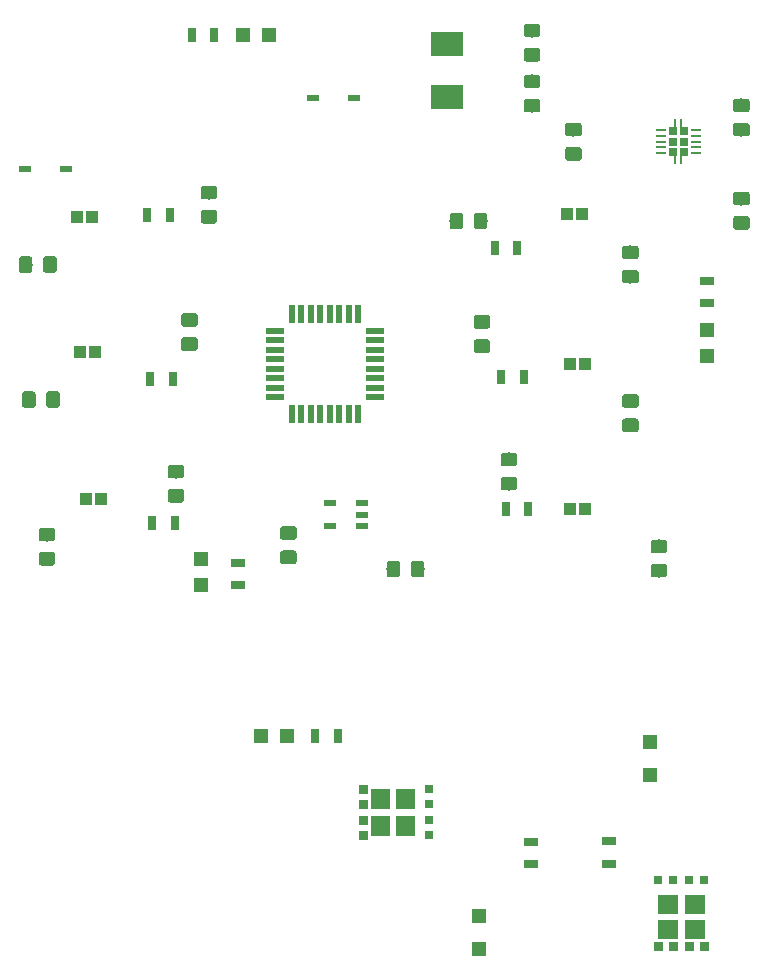
<source format=gbr>
G04 #@! TF.GenerationSoftware,KiCad,Pcbnew,(5.1.4)-1*
G04 #@! TF.CreationDate,2021-01-18T10:38:23+05:30*
G04 #@! TF.ProjectId,power,706f7765-722e-46b6-9963-61645f706362,rev?*
G04 #@! TF.SameCoordinates,Original*
G04 #@! TF.FileFunction,Paste,Top*
G04 #@! TF.FilePolarity,Positive*
%FSLAX46Y46*%
G04 Gerber Fmt 4.6, Leading zero omitted, Abs format (unit mm)*
G04 Created by KiCad (PCBNEW (5.1.4)-1) date 2021-01-18 10:38:23*
%MOMM*%
%LPD*%
G04 APERTURE LIST*
%ADD10C,0.010000*%
%ADD11R,1.000000X1.000000*%
%ADD12C,0.100000*%
%ADD13C,1.150000*%
%ADD14R,0.700000X1.300000*%
%ADD15R,1.300000X0.700000*%
%ADD16R,1.050000X0.600000*%
%ADD17R,0.550000X1.600000*%
%ADD18R,1.600000X0.550000*%
%ADD19R,1.200000X1.200000*%
%ADD20R,2.743000X2.159000*%
%ADD21R,1.111200X0.600800*%
%ADD22R,0.675000X0.750000*%
%ADD23R,0.750000X0.675000*%
%ADD24R,0.640000X0.640000*%
%ADD25R,0.280000X0.700000*%
%ADD26R,0.850000X0.280000*%
G04 APERTURE END LIST*
D10*
G36*
X191253078Y-125624854D02*
G01*
X191253078Y-127124854D01*
X189643078Y-127124854D01*
X189643078Y-125624854D01*
X191253078Y-125624854D01*
G37*
X191253078Y-125624854D02*
X191253078Y-127124854D01*
X189643078Y-127124854D01*
X189643078Y-125624854D01*
X191253078Y-125624854D01*
G36*
X189003078Y-123484854D02*
G01*
X189003078Y-124984854D01*
X187393078Y-124984854D01*
X187393078Y-123484854D01*
X189003078Y-123484854D01*
G37*
X189003078Y-123484854D02*
X189003078Y-124984854D01*
X187393078Y-124984854D01*
X187393078Y-123484854D01*
X189003078Y-123484854D01*
G36*
X189003078Y-125624854D02*
G01*
X189003078Y-127124854D01*
X187393078Y-127124854D01*
X187393078Y-125624854D01*
X189003078Y-125624854D01*
G37*
X189003078Y-125624854D02*
X189003078Y-127124854D01*
X187393078Y-127124854D01*
X187393078Y-125624854D01*
X189003078Y-125624854D01*
G36*
X187743078Y-127457354D02*
G01*
X187743078Y-128107354D01*
X187068078Y-128107354D01*
X187068078Y-127457354D01*
X187743078Y-127457354D01*
G37*
X187743078Y-127457354D02*
X187743078Y-128107354D01*
X187068078Y-128107354D01*
X187068078Y-127457354D01*
X187743078Y-127457354D01*
G36*
X189000578Y-127457354D02*
G01*
X189000578Y-128107354D01*
X188325578Y-128107354D01*
X188325578Y-127457354D01*
X189000578Y-127457354D01*
G37*
X189000578Y-127457354D02*
X189000578Y-128107354D01*
X188325578Y-128107354D01*
X188325578Y-127457354D01*
X189000578Y-127457354D01*
G36*
X190320578Y-127457354D02*
G01*
X190320578Y-128107354D01*
X189645578Y-128107354D01*
X189645578Y-127457354D01*
X190320578Y-127457354D01*
G37*
X190320578Y-127457354D02*
X190320578Y-128107354D01*
X189645578Y-128107354D01*
X189645578Y-127457354D01*
X190320578Y-127457354D01*
G36*
X191578078Y-127457354D02*
G01*
X191578078Y-128107354D01*
X190903078Y-128107354D01*
X190903078Y-127457354D01*
X191578078Y-127457354D01*
G37*
X191578078Y-127457354D02*
X191578078Y-128107354D01*
X190903078Y-128107354D01*
X190903078Y-127457354D01*
X191578078Y-127457354D01*
G36*
X191253078Y-123484854D02*
G01*
X191253078Y-124984854D01*
X189643078Y-124984854D01*
X189643078Y-123484854D01*
X191253078Y-123484854D01*
G37*
X191253078Y-123484854D02*
X191253078Y-124984854D01*
X189643078Y-124984854D01*
X189643078Y-123484854D01*
X191253078Y-123484854D01*
G36*
X164582000Y-118389000D02*
G01*
X163082000Y-118389000D01*
X163082000Y-116779000D01*
X164582000Y-116779000D01*
X164582000Y-118389000D01*
G37*
X164582000Y-118389000D02*
X163082000Y-118389000D01*
X163082000Y-116779000D01*
X164582000Y-116779000D01*
X164582000Y-118389000D01*
G36*
X166722000Y-116139000D02*
G01*
X165222000Y-116139000D01*
X165222000Y-114529000D01*
X166722000Y-114529000D01*
X166722000Y-116139000D01*
G37*
X166722000Y-116139000D02*
X165222000Y-116139000D01*
X165222000Y-114529000D01*
X166722000Y-114529000D01*
X166722000Y-116139000D01*
G36*
X164582000Y-116139000D02*
G01*
X163082000Y-116139000D01*
X163082000Y-114529000D01*
X164582000Y-114529000D01*
X164582000Y-116139000D01*
G37*
X164582000Y-116139000D02*
X163082000Y-116139000D01*
X163082000Y-114529000D01*
X164582000Y-114529000D01*
X164582000Y-116139000D01*
G36*
X162749500Y-114879000D02*
G01*
X162099500Y-114879000D01*
X162099500Y-114204000D01*
X162749500Y-114204000D01*
X162749500Y-114879000D01*
G37*
X162749500Y-114879000D02*
X162099500Y-114879000D01*
X162099500Y-114204000D01*
X162749500Y-114204000D01*
X162749500Y-114879000D01*
G36*
X162749500Y-116136500D02*
G01*
X162099500Y-116136500D01*
X162099500Y-115461500D01*
X162749500Y-115461500D01*
X162749500Y-116136500D01*
G37*
X162749500Y-116136500D02*
X162099500Y-116136500D01*
X162099500Y-115461500D01*
X162749500Y-115461500D01*
X162749500Y-116136500D01*
G36*
X162749500Y-117456500D02*
G01*
X162099500Y-117456500D01*
X162099500Y-116781500D01*
X162749500Y-116781500D01*
X162749500Y-117456500D01*
G37*
X162749500Y-117456500D02*
X162099500Y-117456500D01*
X162099500Y-116781500D01*
X162749500Y-116781500D01*
X162749500Y-117456500D01*
G36*
X162749500Y-118714000D02*
G01*
X162099500Y-118714000D01*
X162099500Y-118039000D01*
X162749500Y-118039000D01*
X162749500Y-118714000D01*
G37*
X162749500Y-118714000D02*
X162099500Y-118714000D01*
X162099500Y-118039000D01*
X162749500Y-118039000D01*
X162749500Y-118714000D01*
G36*
X166722000Y-118389000D02*
G01*
X165222000Y-118389000D01*
X165222000Y-116779000D01*
X166722000Y-116779000D01*
X166722000Y-118389000D01*
G37*
X166722000Y-118389000D02*
X165222000Y-118389000D01*
X165222000Y-116779000D01*
X166722000Y-116779000D01*
X166722000Y-118389000D01*
D11*
X179705000Y-65786000D03*
X180975000Y-65786000D03*
D12*
G36*
X148175505Y-74220204D02*
G01*
X148199773Y-74223804D01*
X148223572Y-74229765D01*
X148246671Y-74238030D01*
X148268850Y-74248520D01*
X148289893Y-74261132D01*
X148309599Y-74275747D01*
X148327777Y-74292223D01*
X148344253Y-74310401D01*
X148358868Y-74330107D01*
X148371480Y-74351150D01*
X148381970Y-74373329D01*
X148390235Y-74396428D01*
X148396196Y-74420227D01*
X148399796Y-74444495D01*
X148401000Y-74468999D01*
X148401000Y-75119001D01*
X148399796Y-75143505D01*
X148396196Y-75167773D01*
X148390235Y-75191572D01*
X148381970Y-75214671D01*
X148371480Y-75236850D01*
X148358868Y-75257893D01*
X148344253Y-75277599D01*
X148327777Y-75295777D01*
X148309599Y-75312253D01*
X148289893Y-75326868D01*
X148268850Y-75339480D01*
X148246671Y-75349970D01*
X148223572Y-75358235D01*
X148199773Y-75364196D01*
X148175505Y-75367796D01*
X148151001Y-75369000D01*
X147250999Y-75369000D01*
X147226495Y-75367796D01*
X147202227Y-75364196D01*
X147178428Y-75358235D01*
X147155329Y-75349970D01*
X147133150Y-75339480D01*
X147112107Y-75326868D01*
X147092401Y-75312253D01*
X147074223Y-75295777D01*
X147057747Y-75277599D01*
X147043132Y-75257893D01*
X147030520Y-75236850D01*
X147020030Y-75214671D01*
X147011765Y-75191572D01*
X147005804Y-75167773D01*
X147002204Y-75143505D01*
X147001000Y-75119001D01*
X147001000Y-74468999D01*
X147002204Y-74444495D01*
X147005804Y-74420227D01*
X147011765Y-74396428D01*
X147020030Y-74373329D01*
X147030520Y-74351150D01*
X147043132Y-74330107D01*
X147057747Y-74310401D01*
X147074223Y-74292223D01*
X147092401Y-74275747D01*
X147112107Y-74261132D01*
X147133150Y-74248520D01*
X147155329Y-74238030D01*
X147178428Y-74229765D01*
X147202227Y-74223804D01*
X147226495Y-74220204D01*
X147250999Y-74219000D01*
X148151001Y-74219000D01*
X148175505Y-74220204D01*
X148175505Y-74220204D01*
G37*
D13*
X147701000Y-74794000D03*
D12*
G36*
X148175505Y-76270204D02*
G01*
X148199773Y-76273804D01*
X148223572Y-76279765D01*
X148246671Y-76288030D01*
X148268850Y-76298520D01*
X148289893Y-76311132D01*
X148309599Y-76325747D01*
X148327777Y-76342223D01*
X148344253Y-76360401D01*
X148358868Y-76380107D01*
X148371480Y-76401150D01*
X148381970Y-76423329D01*
X148390235Y-76446428D01*
X148396196Y-76470227D01*
X148399796Y-76494495D01*
X148401000Y-76518999D01*
X148401000Y-77169001D01*
X148399796Y-77193505D01*
X148396196Y-77217773D01*
X148390235Y-77241572D01*
X148381970Y-77264671D01*
X148371480Y-77286850D01*
X148358868Y-77307893D01*
X148344253Y-77327599D01*
X148327777Y-77345777D01*
X148309599Y-77362253D01*
X148289893Y-77376868D01*
X148268850Y-77389480D01*
X148246671Y-77399970D01*
X148223572Y-77408235D01*
X148199773Y-77414196D01*
X148175505Y-77417796D01*
X148151001Y-77419000D01*
X147250999Y-77419000D01*
X147226495Y-77417796D01*
X147202227Y-77414196D01*
X147178428Y-77408235D01*
X147155329Y-77399970D01*
X147133150Y-77389480D01*
X147112107Y-77376868D01*
X147092401Y-77362253D01*
X147074223Y-77345777D01*
X147057747Y-77327599D01*
X147043132Y-77307893D01*
X147030520Y-77286850D01*
X147020030Y-77264671D01*
X147011765Y-77241572D01*
X147005804Y-77217773D01*
X147002204Y-77193505D01*
X147001000Y-77169001D01*
X147001000Y-76518999D01*
X147002204Y-76494495D01*
X147005804Y-76470227D01*
X147011765Y-76446428D01*
X147020030Y-76423329D01*
X147030520Y-76401150D01*
X147043132Y-76380107D01*
X147057747Y-76360401D01*
X147074223Y-76342223D01*
X147092401Y-76325747D01*
X147112107Y-76311132D01*
X147133150Y-76298520D01*
X147155329Y-76288030D01*
X147178428Y-76279765D01*
X147202227Y-76273804D01*
X147226495Y-76270204D01*
X147250999Y-76269000D01*
X148151001Y-76269000D01*
X148175505Y-76270204D01*
X148175505Y-76270204D01*
G37*
D13*
X147701000Y-76844000D03*
D14*
X149806966Y-50638542D03*
X147906966Y-50638542D03*
D15*
X176657000Y-120899000D03*
X176657000Y-118999000D03*
X183261000Y-120838000D03*
X183261000Y-118938000D03*
D14*
X158366862Y-110012539D03*
X160266862Y-110012539D03*
D15*
X191521076Y-73356738D03*
X191521076Y-71456738D03*
D16*
X162325000Y-92216000D03*
X162325000Y-91266000D03*
X162325000Y-90316000D03*
X159625000Y-90316000D03*
X159625000Y-92216000D03*
D17*
X156390000Y-74268000D03*
X157190000Y-74268000D03*
X157990000Y-74268000D03*
X158790000Y-74268000D03*
X159590000Y-74268000D03*
X160390000Y-74268000D03*
X161190000Y-74268000D03*
X161990000Y-74268000D03*
D18*
X163440000Y-75718000D03*
X163440000Y-76518000D03*
X163440000Y-77318000D03*
X163440000Y-78118000D03*
X163440000Y-78918000D03*
X163440000Y-79718000D03*
X163440000Y-80518000D03*
X163440000Y-81318000D03*
D17*
X161990000Y-82768000D03*
X161190000Y-82768000D03*
X160390000Y-82768000D03*
X159590000Y-82768000D03*
X158790000Y-82768000D03*
X157990000Y-82768000D03*
X157190000Y-82768000D03*
X156390000Y-82768000D03*
D18*
X154940000Y-81318000D03*
X154940000Y-80518000D03*
X154940000Y-79718000D03*
X154940000Y-78918000D03*
X154940000Y-78118000D03*
X154940000Y-77318000D03*
X154940000Y-76518000D03*
X154940000Y-75718000D03*
D14*
X173548000Y-68707000D03*
X175448000Y-68707000D03*
D15*
X151786530Y-97259362D03*
X151786530Y-95359362D03*
D12*
G36*
X194911505Y-56059204D02*
G01*
X194935773Y-56062804D01*
X194959572Y-56068765D01*
X194982671Y-56077030D01*
X195004850Y-56087520D01*
X195025893Y-56100132D01*
X195045599Y-56114747D01*
X195063777Y-56131223D01*
X195080253Y-56149401D01*
X195094868Y-56169107D01*
X195107480Y-56190150D01*
X195117970Y-56212329D01*
X195126235Y-56235428D01*
X195132196Y-56259227D01*
X195135796Y-56283495D01*
X195137000Y-56307999D01*
X195137000Y-56958001D01*
X195135796Y-56982505D01*
X195132196Y-57006773D01*
X195126235Y-57030572D01*
X195117970Y-57053671D01*
X195107480Y-57075850D01*
X195094868Y-57096893D01*
X195080253Y-57116599D01*
X195063777Y-57134777D01*
X195045599Y-57151253D01*
X195025893Y-57165868D01*
X195004850Y-57178480D01*
X194982671Y-57188970D01*
X194959572Y-57197235D01*
X194935773Y-57203196D01*
X194911505Y-57206796D01*
X194887001Y-57208000D01*
X193986999Y-57208000D01*
X193962495Y-57206796D01*
X193938227Y-57203196D01*
X193914428Y-57197235D01*
X193891329Y-57188970D01*
X193869150Y-57178480D01*
X193848107Y-57165868D01*
X193828401Y-57151253D01*
X193810223Y-57134777D01*
X193793747Y-57116599D01*
X193779132Y-57096893D01*
X193766520Y-57075850D01*
X193756030Y-57053671D01*
X193747765Y-57030572D01*
X193741804Y-57006773D01*
X193738204Y-56982505D01*
X193737000Y-56958001D01*
X193737000Y-56307999D01*
X193738204Y-56283495D01*
X193741804Y-56259227D01*
X193747765Y-56235428D01*
X193756030Y-56212329D01*
X193766520Y-56190150D01*
X193779132Y-56169107D01*
X193793747Y-56149401D01*
X193810223Y-56131223D01*
X193828401Y-56114747D01*
X193848107Y-56100132D01*
X193869150Y-56087520D01*
X193891329Y-56077030D01*
X193914428Y-56068765D01*
X193938227Y-56062804D01*
X193962495Y-56059204D01*
X193986999Y-56058000D01*
X194887001Y-56058000D01*
X194911505Y-56059204D01*
X194911505Y-56059204D01*
G37*
D13*
X194437000Y-56633000D03*
D12*
G36*
X194911505Y-58109204D02*
G01*
X194935773Y-58112804D01*
X194959572Y-58118765D01*
X194982671Y-58127030D01*
X195004850Y-58137520D01*
X195025893Y-58150132D01*
X195045599Y-58164747D01*
X195063777Y-58181223D01*
X195080253Y-58199401D01*
X195094868Y-58219107D01*
X195107480Y-58240150D01*
X195117970Y-58262329D01*
X195126235Y-58285428D01*
X195132196Y-58309227D01*
X195135796Y-58333495D01*
X195137000Y-58357999D01*
X195137000Y-59008001D01*
X195135796Y-59032505D01*
X195132196Y-59056773D01*
X195126235Y-59080572D01*
X195117970Y-59103671D01*
X195107480Y-59125850D01*
X195094868Y-59146893D01*
X195080253Y-59166599D01*
X195063777Y-59184777D01*
X195045599Y-59201253D01*
X195025893Y-59215868D01*
X195004850Y-59228480D01*
X194982671Y-59238970D01*
X194959572Y-59247235D01*
X194935773Y-59253196D01*
X194911505Y-59256796D01*
X194887001Y-59258000D01*
X193986999Y-59258000D01*
X193962495Y-59256796D01*
X193938227Y-59253196D01*
X193914428Y-59247235D01*
X193891329Y-59238970D01*
X193869150Y-59228480D01*
X193848107Y-59215868D01*
X193828401Y-59201253D01*
X193810223Y-59184777D01*
X193793747Y-59166599D01*
X193779132Y-59146893D01*
X193766520Y-59125850D01*
X193756030Y-59103671D01*
X193747765Y-59080572D01*
X193741804Y-59056773D01*
X193738204Y-59032505D01*
X193737000Y-59008001D01*
X193737000Y-58357999D01*
X193738204Y-58333495D01*
X193741804Y-58309227D01*
X193747765Y-58285428D01*
X193756030Y-58262329D01*
X193766520Y-58240150D01*
X193779132Y-58219107D01*
X193793747Y-58199401D01*
X193810223Y-58181223D01*
X193828401Y-58164747D01*
X193848107Y-58150132D01*
X193869150Y-58137520D01*
X193891329Y-58127030D01*
X193914428Y-58118765D01*
X193938227Y-58112804D01*
X193962495Y-58109204D01*
X193986999Y-58108000D01*
X194887001Y-58108000D01*
X194911505Y-58109204D01*
X194911505Y-58109204D01*
G37*
D13*
X194437000Y-58683000D03*
D12*
G36*
X177186811Y-54023714D02*
G01*
X177211079Y-54027314D01*
X177234878Y-54033275D01*
X177257977Y-54041540D01*
X177280156Y-54052030D01*
X177301199Y-54064642D01*
X177320905Y-54079257D01*
X177339083Y-54095733D01*
X177355559Y-54113911D01*
X177370174Y-54133617D01*
X177382786Y-54154660D01*
X177393276Y-54176839D01*
X177401541Y-54199938D01*
X177407502Y-54223737D01*
X177411102Y-54248005D01*
X177412306Y-54272509D01*
X177412306Y-54922511D01*
X177411102Y-54947015D01*
X177407502Y-54971283D01*
X177401541Y-54995082D01*
X177393276Y-55018181D01*
X177382786Y-55040360D01*
X177370174Y-55061403D01*
X177355559Y-55081109D01*
X177339083Y-55099287D01*
X177320905Y-55115763D01*
X177301199Y-55130378D01*
X177280156Y-55142990D01*
X177257977Y-55153480D01*
X177234878Y-55161745D01*
X177211079Y-55167706D01*
X177186811Y-55171306D01*
X177162307Y-55172510D01*
X176262305Y-55172510D01*
X176237801Y-55171306D01*
X176213533Y-55167706D01*
X176189734Y-55161745D01*
X176166635Y-55153480D01*
X176144456Y-55142990D01*
X176123413Y-55130378D01*
X176103707Y-55115763D01*
X176085529Y-55099287D01*
X176069053Y-55081109D01*
X176054438Y-55061403D01*
X176041826Y-55040360D01*
X176031336Y-55018181D01*
X176023071Y-54995082D01*
X176017110Y-54971283D01*
X176013510Y-54947015D01*
X176012306Y-54922511D01*
X176012306Y-54272509D01*
X176013510Y-54248005D01*
X176017110Y-54223737D01*
X176023071Y-54199938D01*
X176031336Y-54176839D01*
X176041826Y-54154660D01*
X176054438Y-54133617D01*
X176069053Y-54113911D01*
X176085529Y-54095733D01*
X176103707Y-54079257D01*
X176123413Y-54064642D01*
X176144456Y-54052030D01*
X176166635Y-54041540D01*
X176189734Y-54033275D01*
X176213533Y-54027314D01*
X176237801Y-54023714D01*
X176262305Y-54022510D01*
X177162307Y-54022510D01*
X177186811Y-54023714D01*
X177186811Y-54023714D01*
G37*
D13*
X176712306Y-54597510D03*
D12*
G36*
X177186811Y-56073714D02*
G01*
X177211079Y-56077314D01*
X177234878Y-56083275D01*
X177257977Y-56091540D01*
X177280156Y-56102030D01*
X177301199Y-56114642D01*
X177320905Y-56129257D01*
X177339083Y-56145733D01*
X177355559Y-56163911D01*
X177370174Y-56183617D01*
X177382786Y-56204660D01*
X177393276Y-56226839D01*
X177401541Y-56249938D01*
X177407502Y-56273737D01*
X177411102Y-56298005D01*
X177412306Y-56322509D01*
X177412306Y-56972511D01*
X177411102Y-56997015D01*
X177407502Y-57021283D01*
X177401541Y-57045082D01*
X177393276Y-57068181D01*
X177382786Y-57090360D01*
X177370174Y-57111403D01*
X177355559Y-57131109D01*
X177339083Y-57149287D01*
X177320905Y-57165763D01*
X177301199Y-57180378D01*
X177280156Y-57192990D01*
X177257977Y-57203480D01*
X177234878Y-57211745D01*
X177211079Y-57217706D01*
X177186811Y-57221306D01*
X177162307Y-57222510D01*
X176262305Y-57222510D01*
X176237801Y-57221306D01*
X176213533Y-57217706D01*
X176189734Y-57211745D01*
X176166635Y-57203480D01*
X176144456Y-57192990D01*
X176123413Y-57180378D01*
X176103707Y-57165763D01*
X176085529Y-57149287D01*
X176069053Y-57131109D01*
X176054438Y-57111403D01*
X176041826Y-57090360D01*
X176031336Y-57068181D01*
X176023071Y-57045082D01*
X176017110Y-57021283D01*
X176013510Y-56997015D01*
X176012306Y-56972511D01*
X176012306Y-56322509D01*
X176013510Y-56298005D01*
X176017110Y-56273737D01*
X176023071Y-56249938D01*
X176031336Y-56226839D01*
X176041826Y-56204660D01*
X176054438Y-56183617D01*
X176069053Y-56163911D01*
X176085529Y-56145733D01*
X176103707Y-56129257D01*
X176123413Y-56114642D01*
X176144456Y-56102030D01*
X176166635Y-56091540D01*
X176189734Y-56083275D01*
X176213533Y-56077314D01*
X176237801Y-56073714D01*
X176262305Y-56072510D01*
X177162307Y-56072510D01*
X177186811Y-56073714D01*
X177186811Y-56073714D01*
G37*
D13*
X176712306Y-56647510D03*
D12*
G36*
X147032505Y-87056204D02*
G01*
X147056773Y-87059804D01*
X147080572Y-87065765D01*
X147103671Y-87074030D01*
X147125850Y-87084520D01*
X147146893Y-87097132D01*
X147166599Y-87111747D01*
X147184777Y-87128223D01*
X147201253Y-87146401D01*
X147215868Y-87166107D01*
X147228480Y-87187150D01*
X147238970Y-87209329D01*
X147247235Y-87232428D01*
X147253196Y-87256227D01*
X147256796Y-87280495D01*
X147258000Y-87304999D01*
X147258000Y-87955001D01*
X147256796Y-87979505D01*
X147253196Y-88003773D01*
X147247235Y-88027572D01*
X147238970Y-88050671D01*
X147228480Y-88072850D01*
X147215868Y-88093893D01*
X147201253Y-88113599D01*
X147184777Y-88131777D01*
X147166599Y-88148253D01*
X147146893Y-88162868D01*
X147125850Y-88175480D01*
X147103671Y-88185970D01*
X147080572Y-88194235D01*
X147056773Y-88200196D01*
X147032505Y-88203796D01*
X147008001Y-88205000D01*
X146107999Y-88205000D01*
X146083495Y-88203796D01*
X146059227Y-88200196D01*
X146035428Y-88194235D01*
X146012329Y-88185970D01*
X145990150Y-88175480D01*
X145969107Y-88162868D01*
X145949401Y-88148253D01*
X145931223Y-88131777D01*
X145914747Y-88113599D01*
X145900132Y-88093893D01*
X145887520Y-88072850D01*
X145877030Y-88050671D01*
X145868765Y-88027572D01*
X145862804Y-88003773D01*
X145859204Y-87979505D01*
X145858000Y-87955001D01*
X145858000Y-87304999D01*
X145859204Y-87280495D01*
X145862804Y-87256227D01*
X145868765Y-87232428D01*
X145877030Y-87209329D01*
X145887520Y-87187150D01*
X145900132Y-87166107D01*
X145914747Y-87146401D01*
X145931223Y-87128223D01*
X145949401Y-87111747D01*
X145969107Y-87097132D01*
X145990150Y-87084520D01*
X146012329Y-87074030D01*
X146035428Y-87065765D01*
X146059227Y-87059804D01*
X146083495Y-87056204D01*
X146107999Y-87055000D01*
X147008001Y-87055000D01*
X147032505Y-87056204D01*
X147032505Y-87056204D01*
G37*
D13*
X146558000Y-87630000D03*
D12*
G36*
X147032505Y-89106204D02*
G01*
X147056773Y-89109804D01*
X147080572Y-89115765D01*
X147103671Y-89124030D01*
X147125850Y-89134520D01*
X147146893Y-89147132D01*
X147166599Y-89161747D01*
X147184777Y-89178223D01*
X147201253Y-89196401D01*
X147215868Y-89216107D01*
X147228480Y-89237150D01*
X147238970Y-89259329D01*
X147247235Y-89282428D01*
X147253196Y-89306227D01*
X147256796Y-89330495D01*
X147258000Y-89354999D01*
X147258000Y-90005001D01*
X147256796Y-90029505D01*
X147253196Y-90053773D01*
X147247235Y-90077572D01*
X147238970Y-90100671D01*
X147228480Y-90122850D01*
X147215868Y-90143893D01*
X147201253Y-90163599D01*
X147184777Y-90181777D01*
X147166599Y-90198253D01*
X147146893Y-90212868D01*
X147125850Y-90225480D01*
X147103671Y-90235970D01*
X147080572Y-90244235D01*
X147056773Y-90250196D01*
X147032505Y-90253796D01*
X147008001Y-90255000D01*
X146107999Y-90255000D01*
X146083495Y-90253796D01*
X146059227Y-90250196D01*
X146035428Y-90244235D01*
X146012329Y-90235970D01*
X145990150Y-90225480D01*
X145969107Y-90212868D01*
X145949401Y-90198253D01*
X145931223Y-90181777D01*
X145914747Y-90163599D01*
X145900132Y-90143893D01*
X145887520Y-90122850D01*
X145877030Y-90100671D01*
X145868765Y-90077572D01*
X145862804Y-90053773D01*
X145859204Y-90029505D01*
X145858000Y-90005001D01*
X145858000Y-89354999D01*
X145859204Y-89330495D01*
X145862804Y-89306227D01*
X145868765Y-89282428D01*
X145877030Y-89259329D01*
X145887520Y-89237150D01*
X145900132Y-89216107D01*
X145914747Y-89196401D01*
X145931223Y-89178223D01*
X145949401Y-89161747D01*
X145969107Y-89147132D01*
X145990150Y-89134520D01*
X146012329Y-89124030D01*
X146035428Y-89115765D01*
X146059227Y-89109804D01*
X146083495Y-89106204D01*
X146107999Y-89105000D01*
X147008001Y-89105000D01*
X147032505Y-89106204D01*
X147032505Y-89106204D01*
G37*
D13*
X146558000Y-89680000D03*
D12*
G36*
X149826505Y-63434204D02*
G01*
X149850773Y-63437804D01*
X149874572Y-63443765D01*
X149897671Y-63452030D01*
X149919850Y-63462520D01*
X149940893Y-63475132D01*
X149960599Y-63489747D01*
X149978777Y-63506223D01*
X149995253Y-63524401D01*
X150009868Y-63544107D01*
X150022480Y-63565150D01*
X150032970Y-63587329D01*
X150041235Y-63610428D01*
X150047196Y-63634227D01*
X150050796Y-63658495D01*
X150052000Y-63682999D01*
X150052000Y-64333001D01*
X150050796Y-64357505D01*
X150047196Y-64381773D01*
X150041235Y-64405572D01*
X150032970Y-64428671D01*
X150022480Y-64450850D01*
X150009868Y-64471893D01*
X149995253Y-64491599D01*
X149978777Y-64509777D01*
X149960599Y-64526253D01*
X149940893Y-64540868D01*
X149919850Y-64553480D01*
X149897671Y-64563970D01*
X149874572Y-64572235D01*
X149850773Y-64578196D01*
X149826505Y-64581796D01*
X149802001Y-64583000D01*
X148901999Y-64583000D01*
X148877495Y-64581796D01*
X148853227Y-64578196D01*
X148829428Y-64572235D01*
X148806329Y-64563970D01*
X148784150Y-64553480D01*
X148763107Y-64540868D01*
X148743401Y-64526253D01*
X148725223Y-64509777D01*
X148708747Y-64491599D01*
X148694132Y-64471893D01*
X148681520Y-64450850D01*
X148671030Y-64428671D01*
X148662765Y-64405572D01*
X148656804Y-64381773D01*
X148653204Y-64357505D01*
X148652000Y-64333001D01*
X148652000Y-63682999D01*
X148653204Y-63658495D01*
X148656804Y-63634227D01*
X148662765Y-63610428D01*
X148671030Y-63587329D01*
X148681520Y-63565150D01*
X148694132Y-63544107D01*
X148708747Y-63524401D01*
X148725223Y-63506223D01*
X148743401Y-63489747D01*
X148763107Y-63475132D01*
X148784150Y-63462520D01*
X148806329Y-63452030D01*
X148829428Y-63443765D01*
X148853227Y-63437804D01*
X148877495Y-63434204D01*
X148901999Y-63433000D01*
X149802001Y-63433000D01*
X149826505Y-63434204D01*
X149826505Y-63434204D01*
G37*
D13*
X149352000Y-64008000D03*
D12*
G36*
X149826505Y-65484204D02*
G01*
X149850773Y-65487804D01*
X149874572Y-65493765D01*
X149897671Y-65502030D01*
X149919850Y-65512520D01*
X149940893Y-65525132D01*
X149960599Y-65539747D01*
X149978777Y-65556223D01*
X149995253Y-65574401D01*
X150009868Y-65594107D01*
X150022480Y-65615150D01*
X150032970Y-65637329D01*
X150041235Y-65660428D01*
X150047196Y-65684227D01*
X150050796Y-65708495D01*
X150052000Y-65732999D01*
X150052000Y-66383001D01*
X150050796Y-66407505D01*
X150047196Y-66431773D01*
X150041235Y-66455572D01*
X150032970Y-66478671D01*
X150022480Y-66500850D01*
X150009868Y-66521893D01*
X149995253Y-66541599D01*
X149978777Y-66559777D01*
X149960599Y-66576253D01*
X149940893Y-66590868D01*
X149919850Y-66603480D01*
X149897671Y-66613970D01*
X149874572Y-66622235D01*
X149850773Y-66628196D01*
X149826505Y-66631796D01*
X149802001Y-66633000D01*
X148901999Y-66633000D01*
X148877495Y-66631796D01*
X148853227Y-66628196D01*
X148829428Y-66622235D01*
X148806329Y-66613970D01*
X148784150Y-66603480D01*
X148763107Y-66590868D01*
X148743401Y-66576253D01*
X148725223Y-66559777D01*
X148708747Y-66541599D01*
X148694132Y-66521893D01*
X148681520Y-66500850D01*
X148671030Y-66478671D01*
X148662765Y-66455572D01*
X148656804Y-66431773D01*
X148653204Y-66407505D01*
X148652000Y-66383001D01*
X148652000Y-65732999D01*
X148653204Y-65708495D01*
X148656804Y-65684227D01*
X148662765Y-65660428D01*
X148671030Y-65637329D01*
X148681520Y-65615150D01*
X148694132Y-65594107D01*
X148708747Y-65574401D01*
X148725223Y-65556223D01*
X148743401Y-65539747D01*
X148763107Y-65525132D01*
X148784150Y-65512520D01*
X148806329Y-65502030D01*
X148829428Y-65493765D01*
X148853227Y-65487804D01*
X148877495Y-65484204D01*
X148901999Y-65483000D01*
X149802001Y-65483000D01*
X149826505Y-65484204D01*
X149826505Y-65484204D01*
G37*
D13*
X149352000Y-66058000D03*
D12*
G36*
X136110505Y-92390204D02*
G01*
X136134773Y-92393804D01*
X136158572Y-92399765D01*
X136181671Y-92408030D01*
X136203850Y-92418520D01*
X136224893Y-92431132D01*
X136244599Y-92445747D01*
X136262777Y-92462223D01*
X136279253Y-92480401D01*
X136293868Y-92500107D01*
X136306480Y-92521150D01*
X136316970Y-92543329D01*
X136325235Y-92566428D01*
X136331196Y-92590227D01*
X136334796Y-92614495D01*
X136336000Y-92638999D01*
X136336000Y-93289001D01*
X136334796Y-93313505D01*
X136331196Y-93337773D01*
X136325235Y-93361572D01*
X136316970Y-93384671D01*
X136306480Y-93406850D01*
X136293868Y-93427893D01*
X136279253Y-93447599D01*
X136262777Y-93465777D01*
X136244599Y-93482253D01*
X136224893Y-93496868D01*
X136203850Y-93509480D01*
X136181671Y-93519970D01*
X136158572Y-93528235D01*
X136134773Y-93534196D01*
X136110505Y-93537796D01*
X136086001Y-93539000D01*
X135185999Y-93539000D01*
X135161495Y-93537796D01*
X135137227Y-93534196D01*
X135113428Y-93528235D01*
X135090329Y-93519970D01*
X135068150Y-93509480D01*
X135047107Y-93496868D01*
X135027401Y-93482253D01*
X135009223Y-93465777D01*
X134992747Y-93447599D01*
X134978132Y-93427893D01*
X134965520Y-93406850D01*
X134955030Y-93384671D01*
X134946765Y-93361572D01*
X134940804Y-93337773D01*
X134937204Y-93313505D01*
X134936000Y-93289001D01*
X134936000Y-92638999D01*
X134937204Y-92614495D01*
X134940804Y-92590227D01*
X134946765Y-92566428D01*
X134955030Y-92543329D01*
X134965520Y-92521150D01*
X134978132Y-92500107D01*
X134992747Y-92480401D01*
X135009223Y-92462223D01*
X135027401Y-92445747D01*
X135047107Y-92431132D01*
X135068150Y-92418520D01*
X135090329Y-92408030D01*
X135113428Y-92399765D01*
X135137227Y-92393804D01*
X135161495Y-92390204D01*
X135185999Y-92389000D01*
X136086001Y-92389000D01*
X136110505Y-92390204D01*
X136110505Y-92390204D01*
G37*
D13*
X135636000Y-92964000D03*
D12*
G36*
X136110505Y-94440204D02*
G01*
X136134773Y-94443804D01*
X136158572Y-94449765D01*
X136181671Y-94458030D01*
X136203850Y-94468520D01*
X136224893Y-94481132D01*
X136244599Y-94495747D01*
X136262777Y-94512223D01*
X136279253Y-94530401D01*
X136293868Y-94550107D01*
X136306480Y-94571150D01*
X136316970Y-94593329D01*
X136325235Y-94616428D01*
X136331196Y-94640227D01*
X136334796Y-94664495D01*
X136336000Y-94688999D01*
X136336000Y-95339001D01*
X136334796Y-95363505D01*
X136331196Y-95387773D01*
X136325235Y-95411572D01*
X136316970Y-95434671D01*
X136306480Y-95456850D01*
X136293868Y-95477893D01*
X136279253Y-95497599D01*
X136262777Y-95515777D01*
X136244599Y-95532253D01*
X136224893Y-95546868D01*
X136203850Y-95559480D01*
X136181671Y-95569970D01*
X136158572Y-95578235D01*
X136134773Y-95584196D01*
X136110505Y-95587796D01*
X136086001Y-95589000D01*
X135185999Y-95589000D01*
X135161495Y-95587796D01*
X135137227Y-95584196D01*
X135113428Y-95578235D01*
X135090329Y-95569970D01*
X135068150Y-95559480D01*
X135047107Y-95546868D01*
X135027401Y-95532253D01*
X135009223Y-95515777D01*
X134992747Y-95497599D01*
X134978132Y-95477893D01*
X134965520Y-95456850D01*
X134955030Y-95434671D01*
X134946765Y-95411572D01*
X134940804Y-95387773D01*
X134937204Y-95363505D01*
X134936000Y-95339001D01*
X134936000Y-94688999D01*
X134937204Y-94664495D01*
X134940804Y-94640227D01*
X134946765Y-94616428D01*
X134955030Y-94593329D01*
X134965520Y-94571150D01*
X134978132Y-94550107D01*
X134992747Y-94530401D01*
X135009223Y-94512223D01*
X135027401Y-94495747D01*
X135047107Y-94481132D01*
X135068150Y-94468520D01*
X135090329Y-94458030D01*
X135113428Y-94449765D01*
X135137227Y-94443804D01*
X135161495Y-94440204D01*
X135185999Y-94439000D01*
X136086001Y-94439000D01*
X136110505Y-94440204D01*
X136110505Y-94440204D01*
G37*
D13*
X135636000Y-95014000D03*
D12*
G36*
X134452505Y-80835204D02*
G01*
X134476773Y-80838804D01*
X134500572Y-80844765D01*
X134523671Y-80853030D01*
X134545850Y-80863520D01*
X134566893Y-80876132D01*
X134586599Y-80890747D01*
X134604777Y-80907223D01*
X134621253Y-80925401D01*
X134635868Y-80945107D01*
X134648480Y-80966150D01*
X134658970Y-80988329D01*
X134667235Y-81011428D01*
X134673196Y-81035227D01*
X134676796Y-81059495D01*
X134678000Y-81083999D01*
X134678000Y-81984001D01*
X134676796Y-82008505D01*
X134673196Y-82032773D01*
X134667235Y-82056572D01*
X134658970Y-82079671D01*
X134648480Y-82101850D01*
X134635868Y-82122893D01*
X134621253Y-82142599D01*
X134604777Y-82160777D01*
X134586599Y-82177253D01*
X134566893Y-82191868D01*
X134545850Y-82204480D01*
X134523671Y-82214970D01*
X134500572Y-82223235D01*
X134476773Y-82229196D01*
X134452505Y-82232796D01*
X134428001Y-82234000D01*
X133777999Y-82234000D01*
X133753495Y-82232796D01*
X133729227Y-82229196D01*
X133705428Y-82223235D01*
X133682329Y-82214970D01*
X133660150Y-82204480D01*
X133639107Y-82191868D01*
X133619401Y-82177253D01*
X133601223Y-82160777D01*
X133584747Y-82142599D01*
X133570132Y-82122893D01*
X133557520Y-82101850D01*
X133547030Y-82079671D01*
X133538765Y-82056572D01*
X133532804Y-82032773D01*
X133529204Y-82008505D01*
X133528000Y-81984001D01*
X133528000Y-81083999D01*
X133529204Y-81059495D01*
X133532804Y-81035227D01*
X133538765Y-81011428D01*
X133547030Y-80988329D01*
X133557520Y-80966150D01*
X133570132Y-80945107D01*
X133584747Y-80925401D01*
X133601223Y-80907223D01*
X133619401Y-80890747D01*
X133639107Y-80876132D01*
X133660150Y-80863520D01*
X133682329Y-80853030D01*
X133705428Y-80844765D01*
X133729227Y-80838804D01*
X133753495Y-80835204D01*
X133777999Y-80834000D01*
X134428001Y-80834000D01*
X134452505Y-80835204D01*
X134452505Y-80835204D01*
G37*
D13*
X134103000Y-81534000D03*
D12*
G36*
X136502505Y-80835204D02*
G01*
X136526773Y-80838804D01*
X136550572Y-80844765D01*
X136573671Y-80853030D01*
X136595850Y-80863520D01*
X136616893Y-80876132D01*
X136636599Y-80890747D01*
X136654777Y-80907223D01*
X136671253Y-80925401D01*
X136685868Y-80945107D01*
X136698480Y-80966150D01*
X136708970Y-80988329D01*
X136717235Y-81011428D01*
X136723196Y-81035227D01*
X136726796Y-81059495D01*
X136728000Y-81083999D01*
X136728000Y-81984001D01*
X136726796Y-82008505D01*
X136723196Y-82032773D01*
X136717235Y-82056572D01*
X136708970Y-82079671D01*
X136698480Y-82101850D01*
X136685868Y-82122893D01*
X136671253Y-82142599D01*
X136654777Y-82160777D01*
X136636599Y-82177253D01*
X136616893Y-82191868D01*
X136595850Y-82204480D01*
X136573671Y-82214970D01*
X136550572Y-82223235D01*
X136526773Y-82229196D01*
X136502505Y-82232796D01*
X136478001Y-82234000D01*
X135827999Y-82234000D01*
X135803495Y-82232796D01*
X135779227Y-82229196D01*
X135755428Y-82223235D01*
X135732329Y-82214970D01*
X135710150Y-82204480D01*
X135689107Y-82191868D01*
X135669401Y-82177253D01*
X135651223Y-82160777D01*
X135634747Y-82142599D01*
X135620132Y-82122893D01*
X135607520Y-82101850D01*
X135597030Y-82079671D01*
X135588765Y-82056572D01*
X135582804Y-82032773D01*
X135579204Y-82008505D01*
X135578000Y-81984001D01*
X135578000Y-81083999D01*
X135579204Y-81059495D01*
X135582804Y-81035227D01*
X135588765Y-81011428D01*
X135597030Y-80988329D01*
X135607520Y-80966150D01*
X135620132Y-80945107D01*
X135634747Y-80925401D01*
X135651223Y-80907223D01*
X135669401Y-80890747D01*
X135689107Y-80876132D01*
X135710150Y-80863520D01*
X135732329Y-80853030D01*
X135755428Y-80844765D01*
X135779227Y-80838804D01*
X135803495Y-80835204D01*
X135827999Y-80834000D01*
X136478001Y-80834000D01*
X136502505Y-80835204D01*
X136502505Y-80835204D01*
G37*
D13*
X136153000Y-81534000D03*
D12*
G36*
X134189505Y-69405204D02*
G01*
X134213773Y-69408804D01*
X134237572Y-69414765D01*
X134260671Y-69423030D01*
X134282850Y-69433520D01*
X134303893Y-69446132D01*
X134323599Y-69460747D01*
X134341777Y-69477223D01*
X134358253Y-69495401D01*
X134372868Y-69515107D01*
X134385480Y-69536150D01*
X134395970Y-69558329D01*
X134404235Y-69581428D01*
X134410196Y-69605227D01*
X134413796Y-69629495D01*
X134415000Y-69653999D01*
X134415000Y-70554001D01*
X134413796Y-70578505D01*
X134410196Y-70602773D01*
X134404235Y-70626572D01*
X134395970Y-70649671D01*
X134385480Y-70671850D01*
X134372868Y-70692893D01*
X134358253Y-70712599D01*
X134341777Y-70730777D01*
X134323599Y-70747253D01*
X134303893Y-70761868D01*
X134282850Y-70774480D01*
X134260671Y-70784970D01*
X134237572Y-70793235D01*
X134213773Y-70799196D01*
X134189505Y-70802796D01*
X134165001Y-70804000D01*
X133514999Y-70804000D01*
X133490495Y-70802796D01*
X133466227Y-70799196D01*
X133442428Y-70793235D01*
X133419329Y-70784970D01*
X133397150Y-70774480D01*
X133376107Y-70761868D01*
X133356401Y-70747253D01*
X133338223Y-70730777D01*
X133321747Y-70712599D01*
X133307132Y-70692893D01*
X133294520Y-70671850D01*
X133284030Y-70649671D01*
X133275765Y-70626572D01*
X133269804Y-70602773D01*
X133266204Y-70578505D01*
X133265000Y-70554001D01*
X133265000Y-69653999D01*
X133266204Y-69629495D01*
X133269804Y-69605227D01*
X133275765Y-69581428D01*
X133284030Y-69558329D01*
X133294520Y-69536150D01*
X133307132Y-69515107D01*
X133321747Y-69495401D01*
X133338223Y-69477223D01*
X133356401Y-69460747D01*
X133376107Y-69446132D01*
X133397150Y-69433520D01*
X133419329Y-69423030D01*
X133442428Y-69414765D01*
X133466227Y-69408804D01*
X133490495Y-69405204D01*
X133514999Y-69404000D01*
X134165001Y-69404000D01*
X134189505Y-69405204D01*
X134189505Y-69405204D01*
G37*
D13*
X133840000Y-70104000D03*
D12*
G36*
X136239505Y-69405204D02*
G01*
X136263773Y-69408804D01*
X136287572Y-69414765D01*
X136310671Y-69423030D01*
X136332850Y-69433520D01*
X136353893Y-69446132D01*
X136373599Y-69460747D01*
X136391777Y-69477223D01*
X136408253Y-69495401D01*
X136422868Y-69515107D01*
X136435480Y-69536150D01*
X136445970Y-69558329D01*
X136454235Y-69581428D01*
X136460196Y-69605227D01*
X136463796Y-69629495D01*
X136465000Y-69653999D01*
X136465000Y-70554001D01*
X136463796Y-70578505D01*
X136460196Y-70602773D01*
X136454235Y-70626572D01*
X136445970Y-70649671D01*
X136435480Y-70671850D01*
X136422868Y-70692893D01*
X136408253Y-70712599D01*
X136391777Y-70730777D01*
X136373599Y-70747253D01*
X136353893Y-70761868D01*
X136332850Y-70774480D01*
X136310671Y-70784970D01*
X136287572Y-70793235D01*
X136263773Y-70799196D01*
X136239505Y-70802796D01*
X136215001Y-70804000D01*
X135564999Y-70804000D01*
X135540495Y-70802796D01*
X135516227Y-70799196D01*
X135492428Y-70793235D01*
X135469329Y-70784970D01*
X135447150Y-70774480D01*
X135426107Y-70761868D01*
X135406401Y-70747253D01*
X135388223Y-70730777D01*
X135371747Y-70712599D01*
X135357132Y-70692893D01*
X135344520Y-70671850D01*
X135334030Y-70649671D01*
X135325765Y-70626572D01*
X135319804Y-70602773D01*
X135316204Y-70578505D01*
X135315000Y-70554001D01*
X135315000Y-69653999D01*
X135316204Y-69629495D01*
X135319804Y-69605227D01*
X135325765Y-69581428D01*
X135334030Y-69558329D01*
X135344520Y-69536150D01*
X135357132Y-69515107D01*
X135371747Y-69495401D01*
X135388223Y-69477223D01*
X135406401Y-69460747D01*
X135426107Y-69446132D01*
X135447150Y-69433520D01*
X135469329Y-69423030D01*
X135492428Y-69414765D01*
X135516227Y-69408804D01*
X135540495Y-69405204D01*
X135564999Y-69404000D01*
X136215001Y-69404000D01*
X136239505Y-69405204D01*
X136239505Y-69405204D01*
G37*
D13*
X135890000Y-70104000D03*
D19*
X153728862Y-110012539D03*
X155928862Y-110012539D03*
X172212000Y-128019000D03*
X172212000Y-125219000D03*
X186690000Y-110487000D03*
X186690000Y-113287000D03*
X148717000Y-95039000D03*
X148717000Y-97239000D03*
X154401966Y-50638542D03*
X152201966Y-50638542D03*
D12*
G36*
X156557505Y-92263204D02*
G01*
X156581773Y-92266804D01*
X156605572Y-92272765D01*
X156628671Y-92281030D01*
X156650850Y-92291520D01*
X156671893Y-92304132D01*
X156691599Y-92318747D01*
X156709777Y-92335223D01*
X156726253Y-92353401D01*
X156740868Y-92373107D01*
X156753480Y-92394150D01*
X156763970Y-92416329D01*
X156772235Y-92439428D01*
X156778196Y-92463227D01*
X156781796Y-92487495D01*
X156783000Y-92511999D01*
X156783000Y-93162001D01*
X156781796Y-93186505D01*
X156778196Y-93210773D01*
X156772235Y-93234572D01*
X156763970Y-93257671D01*
X156753480Y-93279850D01*
X156740868Y-93300893D01*
X156726253Y-93320599D01*
X156709777Y-93338777D01*
X156691599Y-93355253D01*
X156671893Y-93369868D01*
X156650850Y-93382480D01*
X156628671Y-93392970D01*
X156605572Y-93401235D01*
X156581773Y-93407196D01*
X156557505Y-93410796D01*
X156533001Y-93412000D01*
X155632999Y-93412000D01*
X155608495Y-93410796D01*
X155584227Y-93407196D01*
X155560428Y-93401235D01*
X155537329Y-93392970D01*
X155515150Y-93382480D01*
X155494107Y-93369868D01*
X155474401Y-93355253D01*
X155456223Y-93338777D01*
X155439747Y-93320599D01*
X155425132Y-93300893D01*
X155412520Y-93279850D01*
X155402030Y-93257671D01*
X155393765Y-93234572D01*
X155387804Y-93210773D01*
X155384204Y-93186505D01*
X155383000Y-93162001D01*
X155383000Y-92511999D01*
X155384204Y-92487495D01*
X155387804Y-92463227D01*
X155393765Y-92439428D01*
X155402030Y-92416329D01*
X155412520Y-92394150D01*
X155425132Y-92373107D01*
X155439747Y-92353401D01*
X155456223Y-92335223D01*
X155474401Y-92318747D01*
X155494107Y-92304132D01*
X155515150Y-92291520D01*
X155537329Y-92281030D01*
X155560428Y-92272765D01*
X155584227Y-92266804D01*
X155608495Y-92263204D01*
X155632999Y-92262000D01*
X156533001Y-92262000D01*
X156557505Y-92263204D01*
X156557505Y-92263204D01*
G37*
D13*
X156083000Y-92837000D03*
D12*
G36*
X156557505Y-94313204D02*
G01*
X156581773Y-94316804D01*
X156605572Y-94322765D01*
X156628671Y-94331030D01*
X156650850Y-94341520D01*
X156671893Y-94354132D01*
X156691599Y-94368747D01*
X156709777Y-94385223D01*
X156726253Y-94403401D01*
X156740868Y-94423107D01*
X156753480Y-94444150D01*
X156763970Y-94466329D01*
X156772235Y-94489428D01*
X156778196Y-94513227D01*
X156781796Y-94537495D01*
X156783000Y-94561999D01*
X156783000Y-95212001D01*
X156781796Y-95236505D01*
X156778196Y-95260773D01*
X156772235Y-95284572D01*
X156763970Y-95307671D01*
X156753480Y-95329850D01*
X156740868Y-95350893D01*
X156726253Y-95370599D01*
X156709777Y-95388777D01*
X156691599Y-95405253D01*
X156671893Y-95419868D01*
X156650850Y-95432480D01*
X156628671Y-95442970D01*
X156605572Y-95451235D01*
X156581773Y-95457196D01*
X156557505Y-95460796D01*
X156533001Y-95462000D01*
X155632999Y-95462000D01*
X155608495Y-95460796D01*
X155584227Y-95457196D01*
X155560428Y-95451235D01*
X155537329Y-95442970D01*
X155515150Y-95432480D01*
X155494107Y-95419868D01*
X155474401Y-95405253D01*
X155456223Y-95388777D01*
X155439747Y-95370599D01*
X155425132Y-95350893D01*
X155412520Y-95329850D01*
X155402030Y-95307671D01*
X155393765Y-95284572D01*
X155387804Y-95260773D01*
X155384204Y-95236505D01*
X155383000Y-95212001D01*
X155383000Y-94561999D01*
X155384204Y-94537495D01*
X155387804Y-94513227D01*
X155393765Y-94489428D01*
X155402030Y-94466329D01*
X155412520Y-94444150D01*
X155425132Y-94423107D01*
X155439747Y-94403401D01*
X155456223Y-94385223D01*
X155474401Y-94368747D01*
X155494107Y-94354132D01*
X155515150Y-94341520D01*
X155537329Y-94331030D01*
X155560428Y-94322765D01*
X155584227Y-94316804D01*
X155608495Y-94313204D01*
X155632999Y-94312000D01*
X156533001Y-94312000D01*
X156557505Y-94313204D01*
X156557505Y-94313204D01*
G37*
D13*
X156083000Y-94887000D03*
D12*
G36*
X167372505Y-95186204D02*
G01*
X167396773Y-95189804D01*
X167420572Y-95195765D01*
X167443671Y-95204030D01*
X167465850Y-95214520D01*
X167486893Y-95227132D01*
X167506599Y-95241747D01*
X167524777Y-95258223D01*
X167541253Y-95276401D01*
X167555868Y-95296107D01*
X167568480Y-95317150D01*
X167578970Y-95339329D01*
X167587235Y-95362428D01*
X167593196Y-95386227D01*
X167596796Y-95410495D01*
X167598000Y-95434999D01*
X167598000Y-96335001D01*
X167596796Y-96359505D01*
X167593196Y-96383773D01*
X167587235Y-96407572D01*
X167578970Y-96430671D01*
X167568480Y-96452850D01*
X167555868Y-96473893D01*
X167541253Y-96493599D01*
X167524777Y-96511777D01*
X167506599Y-96528253D01*
X167486893Y-96542868D01*
X167465850Y-96555480D01*
X167443671Y-96565970D01*
X167420572Y-96574235D01*
X167396773Y-96580196D01*
X167372505Y-96583796D01*
X167348001Y-96585000D01*
X166697999Y-96585000D01*
X166673495Y-96583796D01*
X166649227Y-96580196D01*
X166625428Y-96574235D01*
X166602329Y-96565970D01*
X166580150Y-96555480D01*
X166559107Y-96542868D01*
X166539401Y-96528253D01*
X166521223Y-96511777D01*
X166504747Y-96493599D01*
X166490132Y-96473893D01*
X166477520Y-96452850D01*
X166467030Y-96430671D01*
X166458765Y-96407572D01*
X166452804Y-96383773D01*
X166449204Y-96359505D01*
X166448000Y-96335001D01*
X166448000Y-95434999D01*
X166449204Y-95410495D01*
X166452804Y-95386227D01*
X166458765Y-95362428D01*
X166467030Y-95339329D01*
X166477520Y-95317150D01*
X166490132Y-95296107D01*
X166504747Y-95276401D01*
X166521223Y-95258223D01*
X166539401Y-95241747D01*
X166559107Y-95227132D01*
X166580150Y-95214520D01*
X166602329Y-95204030D01*
X166625428Y-95195765D01*
X166649227Y-95189804D01*
X166673495Y-95186204D01*
X166697999Y-95185000D01*
X167348001Y-95185000D01*
X167372505Y-95186204D01*
X167372505Y-95186204D01*
G37*
D13*
X167023000Y-95885000D03*
D12*
G36*
X165322505Y-95186204D02*
G01*
X165346773Y-95189804D01*
X165370572Y-95195765D01*
X165393671Y-95204030D01*
X165415850Y-95214520D01*
X165436893Y-95227132D01*
X165456599Y-95241747D01*
X165474777Y-95258223D01*
X165491253Y-95276401D01*
X165505868Y-95296107D01*
X165518480Y-95317150D01*
X165528970Y-95339329D01*
X165537235Y-95362428D01*
X165543196Y-95386227D01*
X165546796Y-95410495D01*
X165548000Y-95434999D01*
X165548000Y-96335001D01*
X165546796Y-96359505D01*
X165543196Y-96383773D01*
X165537235Y-96407572D01*
X165528970Y-96430671D01*
X165518480Y-96452850D01*
X165505868Y-96473893D01*
X165491253Y-96493599D01*
X165474777Y-96511777D01*
X165456599Y-96528253D01*
X165436893Y-96542868D01*
X165415850Y-96555480D01*
X165393671Y-96565970D01*
X165370572Y-96574235D01*
X165346773Y-96580196D01*
X165322505Y-96583796D01*
X165298001Y-96585000D01*
X164647999Y-96585000D01*
X164623495Y-96583796D01*
X164599227Y-96580196D01*
X164575428Y-96574235D01*
X164552329Y-96565970D01*
X164530150Y-96555480D01*
X164509107Y-96542868D01*
X164489401Y-96528253D01*
X164471223Y-96511777D01*
X164454747Y-96493599D01*
X164440132Y-96473893D01*
X164427520Y-96452850D01*
X164417030Y-96430671D01*
X164408765Y-96407572D01*
X164402804Y-96383773D01*
X164399204Y-96359505D01*
X164398000Y-96335001D01*
X164398000Y-95434999D01*
X164399204Y-95410495D01*
X164402804Y-95386227D01*
X164408765Y-95362428D01*
X164417030Y-95339329D01*
X164427520Y-95317150D01*
X164440132Y-95296107D01*
X164454747Y-95276401D01*
X164471223Y-95258223D01*
X164489401Y-95241747D01*
X164509107Y-95227132D01*
X164530150Y-95214520D01*
X164552329Y-95204030D01*
X164575428Y-95195765D01*
X164599227Y-95189804D01*
X164623495Y-95186204D01*
X164647999Y-95185000D01*
X165298001Y-95185000D01*
X165322505Y-95186204D01*
X165322505Y-95186204D01*
G37*
D13*
X164973000Y-95885000D03*
D12*
G36*
X194911505Y-63942204D02*
G01*
X194935773Y-63945804D01*
X194959572Y-63951765D01*
X194982671Y-63960030D01*
X195004850Y-63970520D01*
X195025893Y-63983132D01*
X195045599Y-63997747D01*
X195063777Y-64014223D01*
X195080253Y-64032401D01*
X195094868Y-64052107D01*
X195107480Y-64073150D01*
X195117970Y-64095329D01*
X195126235Y-64118428D01*
X195132196Y-64142227D01*
X195135796Y-64166495D01*
X195137000Y-64190999D01*
X195137000Y-64841001D01*
X195135796Y-64865505D01*
X195132196Y-64889773D01*
X195126235Y-64913572D01*
X195117970Y-64936671D01*
X195107480Y-64958850D01*
X195094868Y-64979893D01*
X195080253Y-64999599D01*
X195063777Y-65017777D01*
X195045599Y-65034253D01*
X195025893Y-65048868D01*
X195004850Y-65061480D01*
X194982671Y-65071970D01*
X194959572Y-65080235D01*
X194935773Y-65086196D01*
X194911505Y-65089796D01*
X194887001Y-65091000D01*
X193986999Y-65091000D01*
X193962495Y-65089796D01*
X193938227Y-65086196D01*
X193914428Y-65080235D01*
X193891329Y-65071970D01*
X193869150Y-65061480D01*
X193848107Y-65048868D01*
X193828401Y-65034253D01*
X193810223Y-65017777D01*
X193793747Y-64999599D01*
X193779132Y-64979893D01*
X193766520Y-64958850D01*
X193756030Y-64936671D01*
X193747765Y-64913572D01*
X193741804Y-64889773D01*
X193738204Y-64865505D01*
X193737000Y-64841001D01*
X193737000Y-64190999D01*
X193738204Y-64166495D01*
X193741804Y-64142227D01*
X193747765Y-64118428D01*
X193756030Y-64095329D01*
X193766520Y-64073150D01*
X193779132Y-64052107D01*
X193793747Y-64032401D01*
X193810223Y-64014223D01*
X193828401Y-63997747D01*
X193848107Y-63983132D01*
X193869150Y-63970520D01*
X193891329Y-63960030D01*
X193914428Y-63951765D01*
X193938227Y-63945804D01*
X193962495Y-63942204D01*
X193986999Y-63941000D01*
X194887001Y-63941000D01*
X194911505Y-63942204D01*
X194911505Y-63942204D01*
G37*
D13*
X194437000Y-64516000D03*
D12*
G36*
X194911505Y-65992204D02*
G01*
X194935773Y-65995804D01*
X194959572Y-66001765D01*
X194982671Y-66010030D01*
X195004850Y-66020520D01*
X195025893Y-66033132D01*
X195045599Y-66047747D01*
X195063777Y-66064223D01*
X195080253Y-66082401D01*
X195094868Y-66102107D01*
X195107480Y-66123150D01*
X195117970Y-66145329D01*
X195126235Y-66168428D01*
X195132196Y-66192227D01*
X195135796Y-66216495D01*
X195137000Y-66240999D01*
X195137000Y-66891001D01*
X195135796Y-66915505D01*
X195132196Y-66939773D01*
X195126235Y-66963572D01*
X195117970Y-66986671D01*
X195107480Y-67008850D01*
X195094868Y-67029893D01*
X195080253Y-67049599D01*
X195063777Y-67067777D01*
X195045599Y-67084253D01*
X195025893Y-67098868D01*
X195004850Y-67111480D01*
X194982671Y-67121970D01*
X194959572Y-67130235D01*
X194935773Y-67136196D01*
X194911505Y-67139796D01*
X194887001Y-67141000D01*
X193986999Y-67141000D01*
X193962495Y-67139796D01*
X193938227Y-67136196D01*
X193914428Y-67130235D01*
X193891329Y-67121970D01*
X193869150Y-67111480D01*
X193848107Y-67098868D01*
X193828401Y-67084253D01*
X193810223Y-67067777D01*
X193793747Y-67049599D01*
X193779132Y-67029893D01*
X193766520Y-67008850D01*
X193756030Y-66986671D01*
X193747765Y-66963572D01*
X193741804Y-66939773D01*
X193738204Y-66915505D01*
X193737000Y-66891001D01*
X193737000Y-66240999D01*
X193738204Y-66216495D01*
X193741804Y-66192227D01*
X193747765Y-66168428D01*
X193756030Y-66145329D01*
X193766520Y-66123150D01*
X193779132Y-66102107D01*
X193793747Y-66082401D01*
X193810223Y-66064223D01*
X193828401Y-66047747D01*
X193848107Y-66033132D01*
X193869150Y-66020520D01*
X193891329Y-66010030D01*
X193914428Y-66001765D01*
X193938227Y-65995804D01*
X193962495Y-65992204D01*
X193986999Y-65991000D01*
X194887001Y-65991000D01*
X194911505Y-65992204D01*
X194911505Y-65992204D01*
G37*
D13*
X194437000Y-66566000D03*
D19*
X191521076Y-77867738D03*
X191521076Y-75667738D03*
D20*
X169545000Y-55880000D03*
X169545000Y-51460000D03*
D14*
X174503000Y-90805000D03*
X176403000Y-90805000D03*
X174122000Y-79629000D03*
X176022000Y-79629000D03*
X146446280Y-91973400D03*
X144546280Y-91973400D03*
X146304000Y-79756000D03*
X144404000Y-79756000D03*
X146050000Y-65913000D03*
X144150000Y-65913000D03*
D21*
X158168000Y-56007000D03*
X161618000Y-56007000D03*
X133781800Y-61976000D03*
X137231800Y-61976000D03*
D12*
G36*
X177186811Y-49714714D02*
G01*
X177211079Y-49718314D01*
X177234878Y-49724275D01*
X177257977Y-49732540D01*
X177280156Y-49743030D01*
X177301199Y-49755642D01*
X177320905Y-49770257D01*
X177339083Y-49786733D01*
X177355559Y-49804911D01*
X177370174Y-49824617D01*
X177382786Y-49845660D01*
X177393276Y-49867839D01*
X177401541Y-49890938D01*
X177407502Y-49914737D01*
X177411102Y-49939005D01*
X177412306Y-49963509D01*
X177412306Y-50613511D01*
X177411102Y-50638015D01*
X177407502Y-50662283D01*
X177401541Y-50686082D01*
X177393276Y-50709181D01*
X177382786Y-50731360D01*
X177370174Y-50752403D01*
X177355559Y-50772109D01*
X177339083Y-50790287D01*
X177320905Y-50806763D01*
X177301199Y-50821378D01*
X177280156Y-50833990D01*
X177257977Y-50844480D01*
X177234878Y-50852745D01*
X177211079Y-50858706D01*
X177186811Y-50862306D01*
X177162307Y-50863510D01*
X176262305Y-50863510D01*
X176237801Y-50862306D01*
X176213533Y-50858706D01*
X176189734Y-50852745D01*
X176166635Y-50844480D01*
X176144456Y-50833990D01*
X176123413Y-50821378D01*
X176103707Y-50806763D01*
X176085529Y-50790287D01*
X176069053Y-50772109D01*
X176054438Y-50752403D01*
X176041826Y-50731360D01*
X176031336Y-50709181D01*
X176023071Y-50686082D01*
X176017110Y-50662283D01*
X176013510Y-50638015D01*
X176012306Y-50613511D01*
X176012306Y-49963509D01*
X176013510Y-49939005D01*
X176017110Y-49914737D01*
X176023071Y-49890938D01*
X176031336Y-49867839D01*
X176041826Y-49845660D01*
X176054438Y-49824617D01*
X176069053Y-49804911D01*
X176085529Y-49786733D01*
X176103707Y-49770257D01*
X176123413Y-49755642D01*
X176144456Y-49743030D01*
X176166635Y-49732540D01*
X176189734Y-49724275D01*
X176213533Y-49718314D01*
X176237801Y-49714714D01*
X176262305Y-49713510D01*
X177162307Y-49713510D01*
X177186811Y-49714714D01*
X177186811Y-49714714D01*
G37*
D13*
X176712306Y-50288510D03*
D12*
G36*
X177186811Y-51764714D02*
G01*
X177211079Y-51768314D01*
X177234878Y-51774275D01*
X177257977Y-51782540D01*
X177280156Y-51793030D01*
X177301199Y-51805642D01*
X177320905Y-51820257D01*
X177339083Y-51836733D01*
X177355559Y-51854911D01*
X177370174Y-51874617D01*
X177382786Y-51895660D01*
X177393276Y-51917839D01*
X177401541Y-51940938D01*
X177407502Y-51964737D01*
X177411102Y-51989005D01*
X177412306Y-52013509D01*
X177412306Y-52663511D01*
X177411102Y-52688015D01*
X177407502Y-52712283D01*
X177401541Y-52736082D01*
X177393276Y-52759181D01*
X177382786Y-52781360D01*
X177370174Y-52802403D01*
X177355559Y-52822109D01*
X177339083Y-52840287D01*
X177320905Y-52856763D01*
X177301199Y-52871378D01*
X177280156Y-52883990D01*
X177257977Y-52894480D01*
X177234878Y-52902745D01*
X177211079Y-52908706D01*
X177186811Y-52912306D01*
X177162307Y-52913510D01*
X176262305Y-52913510D01*
X176237801Y-52912306D01*
X176213533Y-52908706D01*
X176189734Y-52902745D01*
X176166635Y-52894480D01*
X176144456Y-52883990D01*
X176123413Y-52871378D01*
X176103707Y-52856763D01*
X176085529Y-52840287D01*
X176069053Y-52822109D01*
X176054438Y-52802403D01*
X176041826Y-52781360D01*
X176031336Y-52759181D01*
X176023071Y-52736082D01*
X176017110Y-52712283D01*
X176013510Y-52688015D01*
X176012306Y-52663511D01*
X176012306Y-52013509D01*
X176013510Y-51989005D01*
X176017110Y-51964737D01*
X176023071Y-51940938D01*
X176031336Y-51917839D01*
X176041826Y-51895660D01*
X176054438Y-51874617D01*
X176069053Y-51854911D01*
X176085529Y-51836733D01*
X176103707Y-51820257D01*
X176123413Y-51805642D01*
X176144456Y-51793030D01*
X176166635Y-51782540D01*
X176189734Y-51774275D01*
X176213533Y-51768314D01*
X176237801Y-51764714D01*
X176262305Y-51763510D01*
X177162307Y-51763510D01*
X177186811Y-51764714D01*
X177186811Y-51764714D01*
G37*
D13*
X176712306Y-52338510D03*
D12*
G36*
X175226505Y-86031204D02*
G01*
X175250773Y-86034804D01*
X175274572Y-86040765D01*
X175297671Y-86049030D01*
X175319850Y-86059520D01*
X175340893Y-86072132D01*
X175360599Y-86086747D01*
X175378777Y-86103223D01*
X175395253Y-86121401D01*
X175409868Y-86141107D01*
X175422480Y-86162150D01*
X175432970Y-86184329D01*
X175441235Y-86207428D01*
X175447196Y-86231227D01*
X175450796Y-86255495D01*
X175452000Y-86279999D01*
X175452000Y-86930001D01*
X175450796Y-86954505D01*
X175447196Y-86978773D01*
X175441235Y-87002572D01*
X175432970Y-87025671D01*
X175422480Y-87047850D01*
X175409868Y-87068893D01*
X175395253Y-87088599D01*
X175378777Y-87106777D01*
X175360599Y-87123253D01*
X175340893Y-87137868D01*
X175319850Y-87150480D01*
X175297671Y-87160970D01*
X175274572Y-87169235D01*
X175250773Y-87175196D01*
X175226505Y-87178796D01*
X175202001Y-87180000D01*
X174301999Y-87180000D01*
X174277495Y-87178796D01*
X174253227Y-87175196D01*
X174229428Y-87169235D01*
X174206329Y-87160970D01*
X174184150Y-87150480D01*
X174163107Y-87137868D01*
X174143401Y-87123253D01*
X174125223Y-87106777D01*
X174108747Y-87088599D01*
X174094132Y-87068893D01*
X174081520Y-87047850D01*
X174071030Y-87025671D01*
X174062765Y-87002572D01*
X174056804Y-86978773D01*
X174053204Y-86954505D01*
X174052000Y-86930001D01*
X174052000Y-86279999D01*
X174053204Y-86255495D01*
X174056804Y-86231227D01*
X174062765Y-86207428D01*
X174071030Y-86184329D01*
X174081520Y-86162150D01*
X174094132Y-86141107D01*
X174108747Y-86121401D01*
X174125223Y-86103223D01*
X174143401Y-86086747D01*
X174163107Y-86072132D01*
X174184150Y-86059520D01*
X174206329Y-86049030D01*
X174229428Y-86040765D01*
X174253227Y-86034804D01*
X174277495Y-86031204D01*
X174301999Y-86030000D01*
X175202001Y-86030000D01*
X175226505Y-86031204D01*
X175226505Y-86031204D01*
G37*
D13*
X174752000Y-86605000D03*
D12*
G36*
X175226505Y-88081204D02*
G01*
X175250773Y-88084804D01*
X175274572Y-88090765D01*
X175297671Y-88099030D01*
X175319850Y-88109520D01*
X175340893Y-88122132D01*
X175360599Y-88136747D01*
X175378777Y-88153223D01*
X175395253Y-88171401D01*
X175409868Y-88191107D01*
X175422480Y-88212150D01*
X175432970Y-88234329D01*
X175441235Y-88257428D01*
X175447196Y-88281227D01*
X175450796Y-88305495D01*
X175452000Y-88329999D01*
X175452000Y-88980001D01*
X175450796Y-89004505D01*
X175447196Y-89028773D01*
X175441235Y-89052572D01*
X175432970Y-89075671D01*
X175422480Y-89097850D01*
X175409868Y-89118893D01*
X175395253Y-89138599D01*
X175378777Y-89156777D01*
X175360599Y-89173253D01*
X175340893Y-89187868D01*
X175319850Y-89200480D01*
X175297671Y-89210970D01*
X175274572Y-89219235D01*
X175250773Y-89225196D01*
X175226505Y-89228796D01*
X175202001Y-89230000D01*
X174301999Y-89230000D01*
X174277495Y-89228796D01*
X174253227Y-89225196D01*
X174229428Y-89219235D01*
X174206329Y-89210970D01*
X174184150Y-89200480D01*
X174163107Y-89187868D01*
X174143401Y-89173253D01*
X174125223Y-89156777D01*
X174108747Y-89138599D01*
X174094132Y-89118893D01*
X174081520Y-89097850D01*
X174071030Y-89075671D01*
X174062765Y-89052572D01*
X174056804Y-89028773D01*
X174053204Y-89004505D01*
X174052000Y-88980001D01*
X174052000Y-88329999D01*
X174053204Y-88305495D01*
X174056804Y-88281227D01*
X174062765Y-88257428D01*
X174071030Y-88234329D01*
X174081520Y-88212150D01*
X174094132Y-88191107D01*
X174108747Y-88171401D01*
X174125223Y-88153223D01*
X174143401Y-88136747D01*
X174163107Y-88122132D01*
X174184150Y-88109520D01*
X174206329Y-88099030D01*
X174229428Y-88090765D01*
X174253227Y-88084804D01*
X174277495Y-88081204D01*
X174301999Y-88080000D01*
X175202001Y-88080000D01*
X175226505Y-88081204D01*
X175226505Y-88081204D01*
G37*
D13*
X174752000Y-88655000D03*
D12*
G36*
X172940505Y-74383204D02*
G01*
X172964773Y-74386804D01*
X172988572Y-74392765D01*
X173011671Y-74401030D01*
X173033850Y-74411520D01*
X173054893Y-74424132D01*
X173074599Y-74438747D01*
X173092777Y-74455223D01*
X173109253Y-74473401D01*
X173123868Y-74493107D01*
X173136480Y-74514150D01*
X173146970Y-74536329D01*
X173155235Y-74559428D01*
X173161196Y-74583227D01*
X173164796Y-74607495D01*
X173166000Y-74631999D01*
X173166000Y-75282001D01*
X173164796Y-75306505D01*
X173161196Y-75330773D01*
X173155235Y-75354572D01*
X173146970Y-75377671D01*
X173136480Y-75399850D01*
X173123868Y-75420893D01*
X173109253Y-75440599D01*
X173092777Y-75458777D01*
X173074599Y-75475253D01*
X173054893Y-75489868D01*
X173033850Y-75502480D01*
X173011671Y-75512970D01*
X172988572Y-75521235D01*
X172964773Y-75527196D01*
X172940505Y-75530796D01*
X172916001Y-75532000D01*
X172015999Y-75532000D01*
X171991495Y-75530796D01*
X171967227Y-75527196D01*
X171943428Y-75521235D01*
X171920329Y-75512970D01*
X171898150Y-75502480D01*
X171877107Y-75489868D01*
X171857401Y-75475253D01*
X171839223Y-75458777D01*
X171822747Y-75440599D01*
X171808132Y-75420893D01*
X171795520Y-75399850D01*
X171785030Y-75377671D01*
X171776765Y-75354572D01*
X171770804Y-75330773D01*
X171767204Y-75306505D01*
X171766000Y-75282001D01*
X171766000Y-74631999D01*
X171767204Y-74607495D01*
X171770804Y-74583227D01*
X171776765Y-74559428D01*
X171785030Y-74536329D01*
X171795520Y-74514150D01*
X171808132Y-74493107D01*
X171822747Y-74473401D01*
X171839223Y-74455223D01*
X171857401Y-74438747D01*
X171877107Y-74424132D01*
X171898150Y-74411520D01*
X171920329Y-74401030D01*
X171943428Y-74392765D01*
X171967227Y-74386804D01*
X171991495Y-74383204D01*
X172015999Y-74382000D01*
X172916001Y-74382000D01*
X172940505Y-74383204D01*
X172940505Y-74383204D01*
G37*
D13*
X172466000Y-74957000D03*
D12*
G36*
X172940505Y-76433204D02*
G01*
X172964773Y-76436804D01*
X172988572Y-76442765D01*
X173011671Y-76451030D01*
X173033850Y-76461520D01*
X173054893Y-76474132D01*
X173074599Y-76488747D01*
X173092777Y-76505223D01*
X173109253Y-76523401D01*
X173123868Y-76543107D01*
X173136480Y-76564150D01*
X173146970Y-76586329D01*
X173155235Y-76609428D01*
X173161196Y-76633227D01*
X173164796Y-76657495D01*
X173166000Y-76681999D01*
X173166000Y-77332001D01*
X173164796Y-77356505D01*
X173161196Y-77380773D01*
X173155235Y-77404572D01*
X173146970Y-77427671D01*
X173136480Y-77449850D01*
X173123868Y-77470893D01*
X173109253Y-77490599D01*
X173092777Y-77508777D01*
X173074599Y-77525253D01*
X173054893Y-77539868D01*
X173033850Y-77552480D01*
X173011671Y-77562970D01*
X172988572Y-77571235D01*
X172964773Y-77577196D01*
X172940505Y-77580796D01*
X172916001Y-77582000D01*
X172015999Y-77582000D01*
X171991495Y-77580796D01*
X171967227Y-77577196D01*
X171943428Y-77571235D01*
X171920329Y-77562970D01*
X171898150Y-77552480D01*
X171877107Y-77539868D01*
X171857401Y-77525253D01*
X171839223Y-77508777D01*
X171822747Y-77490599D01*
X171808132Y-77470893D01*
X171795520Y-77449850D01*
X171785030Y-77427671D01*
X171776765Y-77404572D01*
X171770804Y-77380773D01*
X171767204Y-77356505D01*
X171766000Y-77332001D01*
X171766000Y-76681999D01*
X171767204Y-76657495D01*
X171770804Y-76633227D01*
X171776765Y-76609428D01*
X171785030Y-76586329D01*
X171795520Y-76564150D01*
X171808132Y-76543107D01*
X171822747Y-76523401D01*
X171839223Y-76505223D01*
X171857401Y-76488747D01*
X171877107Y-76474132D01*
X171898150Y-76461520D01*
X171920329Y-76451030D01*
X171943428Y-76442765D01*
X171967227Y-76436804D01*
X171991495Y-76433204D01*
X172015999Y-76432000D01*
X172916001Y-76432000D01*
X172940505Y-76433204D01*
X172940505Y-76433204D01*
G37*
D13*
X172466000Y-77007000D03*
D12*
G36*
X170647505Y-65722204D02*
G01*
X170671773Y-65725804D01*
X170695572Y-65731765D01*
X170718671Y-65740030D01*
X170740850Y-65750520D01*
X170761893Y-65763132D01*
X170781599Y-65777747D01*
X170799777Y-65794223D01*
X170816253Y-65812401D01*
X170830868Y-65832107D01*
X170843480Y-65853150D01*
X170853970Y-65875329D01*
X170862235Y-65898428D01*
X170868196Y-65922227D01*
X170871796Y-65946495D01*
X170873000Y-65970999D01*
X170873000Y-66871001D01*
X170871796Y-66895505D01*
X170868196Y-66919773D01*
X170862235Y-66943572D01*
X170853970Y-66966671D01*
X170843480Y-66988850D01*
X170830868Y-67009893D01*
X170816253Y-67029599D01*
X170799777Y-67047777D01*
X170781599Y-67064253D01*
X170761893Y-67078868D01*
X170740850Y-67091480D01*
X170718671Y-67101970D01*
X170695572Y-67110235D01*
X170671773Y-67116196D01*
X170647505Y-67119796D01*
X170623001Y-67121000D01*
X169972999Y-67121000D01*
X169948495Y-67119796D01*
X169924227Y-67116196D01*
X169900428Y-67110235D01*
X169877329Y-67101970D01*
X169855150Y-67091480D01*
X169834107Y-67078868D01*
X169814401Y-67064253D01*
X169796223Y-67047777D01*
X169779747Y-67029599D01*
X169765132Y-67009893D01*
X169752520Y-66988850D01*
X169742030Y-66966671D01*
X169733765Y-66943572D01*
X169727804Y-66919773D01*
X169724204Y-66895505D01*
X169723000Y-66871001D01*
X169723000Y-65970999D01*
X169724204Y-65946495D01*
X169727804Y-65922227D01*
X169733765Y-65898428D01*
X169742030Y-65875329D01*
X169752520Y-65853150D01*
X169765132Y-65832107D01*
X169779747Y-65812401D01*
X169796223Y-65794223D01*
X169814401Y-65777747D01*
X169834107Y-65763132D01*
X169855150Y-65750520D01*
X169877329Y-65740030D01*
X169900428Y-65731765D01*
X169924227Y-65725804D01*
X169948495Y-65722204D01*
X169972999Y-65721000D01*
X170623001Y-65721000D01*
X170647505Y-65722204D01*
X170647505Y-65722204D01*
G37*
D13*
X170298000Y-66421000D03*
D12*
G36*
X172697505Y-65722204D02*
G01*
X172721773Y-65725804D01*
X172745572Y-65731765D01*
X172768671Y-65740030D01*
X172790850Y-65750520D01*
X172811893Y-65763132D01*
X172831599Y-65777747D01*
X172849777Y-65794223D01*
X172866253Y-65812401D01*
X172880868Y-65832107D01*
X172893480Y-65853150D01*
X172903970Y-65875329D01*
X172912235Y-65898428D01*
X172918196Y-65922227D01*
X172921796Y-65946495D01*
X172923000Y-65970999D01*
X172923000Y-66871001D01*
X172921796Y-66895505D01*
X172918196Y-66919773D01*
X172912235Y-66943572D01*
X172903970Y-66966671D01*
X172893480Y-66988850D01*
X172880868Y-67009893D01*
X172866253Y-67029599D01*
X172849777Y-67047777D01*
X172831599Y-67064253D01*
X172811893Y-67078868D01*
X172790850Y-67091480D01*
X172768671Y-67101970D01*
X172745572Y-67110235D01*
X172721773Y-67116196D01*
X172697505Y-67119796D01*
X172673001Y-67121000D01*
X172022999Y-67121000D01*
X171998495Y-67119796D01*
X171974227Y-67116196D01*
X171950428Y-67110235D01*
X171927329Y-67101970D01*
X171905150Y-67091480D01*
X171884107Y-67078868D01*
X171864401Y-67064253D01*
X171846223Y-67047777D01*
X171829747Y-67029599D01*
X171815132Y-67009893D01*
X171802520Y-66988850D01*
X171792030Y-66966671D01*
X171783765Y-66943572D01*
X171777804Y-66919773D01*
X171774204Y-66895505D01*
X171773000Y-66871001D01*
X171773000Y-65970999D01*
X171774204Y-65946495D01*
X171777804Y-65922227D01*
X171783765Y-65898428D01*
X171792030Y-65875329D01*
X171802520Y-65853150D01*
X171815132Y-65832107D01*
X171829747Y-65812401D01*
X171846223Y-65794223D01*
X171864401Y-65777747D01*
X171884107Y-65763132D01*
X171905150Y-65750520D01*
X171927329Y-65740030D01*
X171950428Y-65731765D01*
X171974227Y-65725804D01*
X171998495Y-65722204D01*
X172022999Y-65721000D01*
X172673001Y-65721000D01*
X172697505Y-65722204D01*
X172697505Y-65722204D01*
G37*
D13*
X172348000Y-66421000D03*
D12*
G36*
X187926505Y-93397204D02*
G01*
X187950773Y-93400804D01*
X187974572Y-93406765D01*
X187997671Y-93415030D01*
X188019850Y-93425520D01*
X188040893Y-93438132D01*
X188060599Y-93452747D01*
X188078777Y-93469223D01*
X188095253Y-93487401D01*
X188109868Y-93507107D01*
X188122480Y-93528150D01*
X188132970Y-93550329D01*
X188141235Y-93573428D01*
X188147196Y-93597227D01*
X188150796Y-93621495D01*
X188152000Y-93645999D01*
X188152000Y-94296001D01*
X188150796Y-94320505D01*
X188147196Y-94344773D01*
X188141235Y-94368572D01*
X188132970Y-94391671D01*
X188122480Y-94413850D01*
X188109868Y-94434893D01*
X188095253Y-94454599D01*
X188078777Y-94472777D01*
X188060599Y-94489253D01*
X188040893Y-94503868D01*
X188019850Y-94516480D01*
X187997671Y-94526970D01*
X187974572Y-94535235D01*
X187950773Y-94541196D01*
X187926505Y-94544796D01*
X187902001Y-94546000D01*
X187001999Y-94546000D01*
X186977495Y-94544796D01*
X186953227Y-94541196D01*
X186929428Y-94535235D01*
X186906329Y-94526970D01*
X186884150Y-94516480D01*
X186863107Y-94503868D01*
X186843401Y-94489253D01*
X186825223Y-94472777D01*
X186808747Y-94454599D01*
X186794132Y-94434893D01*
X186781520Y-94413850D01*
X186771030Y-94391671D01*
X186762765Y-94368572D01*
X186756804Y-94344773D01*
X186753204Y-94320505D01*
X186752000Y-94296001D01*
X186752000Y-93645999D01*
X186753204Y-93621495D01*
X186756804Y-93597227D01*
X186762765Y-93573428D01*
X186771030Y-93550329D01*
X186781520Y-93528150D01*
X186794132Y-93507107D01*
X186808747Y-93487401D01*
X186825223Y-93469223D01*
X186843401Y-93452747D01*
X186863107Y-93438132D01*
X186884150Y-93425520D01*
X186906329Y-93415030D01*
X186929428Y-93406765D01*
X186953227Y-93400804D01*
X186977495Y-93397204D01*
X187001999Y-93396000D01*
X187902001Y-93396000D01*
X187926505Y-93397204D01*
X187926505Y-93397204D01*
G37*
D13*
X187452000Y-93971000D03*
D12*
G36*
X187926505Y-95447204D02*
G01*
X187950773Y-95450804D01*
X187974572Y-95456765D01*
X187997671Y-95465030D01*
X188019850Y-95475520D01*
X188040893Y-95488132D01*
X188060599Y-95502747D01*
X188078777Y-95519223D01*
X188095253Y-95537401D01*
X188109868Y-95557107D01*
X188122480Y-95578150D01*
X188132970Y-95600329D01*
X188141235Y-95623428D01*
X188147196Y-95647227D01*
X188150796Y-95671495D01*
X188152000Y-95695999D01*
X188152000Y-96346001D01*
X188150796Y-96370505D01*
X188147196Y-96394773D01*
X188141235Y-96418572D01*
X188132970Y-96441671D01*
X188122480Y-96463850D01*
X188109868Y-96484893D01*
X188095253Y-96504599D01*
X188078777Y-96522777D01*
X188060599Y-96539253D01*
X188040893Y-96553868D01*
X188019850Y-96566480D01*
X187997671Y-96576970D01*
X187974572Y-96585235D01*
X187950773Y-96591196D01*
X187926505Y-96594796D01*
X187902001Y-96596000D01*
X187001999Y-96596000D01*
X186977495Y-96594796D01*
X186953227Y-96591196D01*
X186929428Y-96585235D01*
X186906329Y-96576970D01*
X186884150Y-96566480D01*
X186863107Y-96553868D01*
X186843401Y-96539253D01*
X186825223Y-96522777D01*
X186808747Y-96504599D01*
X186794132Y-96484893D01*
X186781520Y-96463850D01*
X186771030Y-96441671D01*
X186762765Y-96418572D01*
X186756804Y-96394773D01*
X186753204Y-96370505D01*
X186752000Y-96346001D01*
X186752000Y-95695999D01*
X186753204Y-95671495D01*
X186756804Y-95647227D01*
X186762765Y-95623428D01*
X186771030Y-95600329D01*
X186781520Y-95578150D01*
X186794132Y-95557107D01*
X186808747Y-95537401D01*
X186825223Y-95519223D01*
X186843401Y-95502747D01*
X186863107Y-95488132D01*
X186884150Y-95475520D01*
X186906329Y-95465030D01*
X186929428Y-95456765D01*
X186953227Y-95450804D01*
X186977495Y-95447204D01*
X187001999Y-95446000D01*
X187902001Y-95446000D01*
X187926505Y-95447204D01*
X187926505Y-95447204D01*
G37*
D13*
X187452000Y-96021000D03*
D12*
G36*
X185513505Y-81087204D02*
G01*
X185537773Y-81090804D01*
X185561572Y-81096765D01*
X185584671Y-81105030D01*
X185606850Y-81115520D01*
X185627893Y-81128132D01*
X185647599Y-81142747D01*
X185665777Y-81159223D01*
X185682253Y-81177401D01*
X185696868Y-81197107D01*
X185709480Y-81218150D01*
X185719970Y-81240329D01*
X185728235Y-81263428D01*
X185734196Y-81287227D01*
X185737796Y-81311495D01*
X185739000Y-81335999D01*
X185739000Y-81986001D01*
X185737796Y-82010505D01*
X185734196Y-82034773D01*
X185728235Y-82058572D01*
X185719970Y-82081671D01*
X185709480Y-82103850D01*
X185696868Y-82124893D01*
X185682253Y-82144599D01*
X185665777Y-82162777D01*
X185647599Y-82179253D01*
X185627893Y-82193868D01*
X185606850Y-82206480D01*
X185584671Y-82216970D01*
X185561572Y-82225235D01*
X185537773Y-82231196D01*
X185513505Y-82234796D01*
X185489001Y-82236000D01*
X184588999Y-82236000D01*
X184564495Y-82234796D01*
X184540227Y-82231196D01*
X184516428Y-82225235D01*
X184493329Y-82216970D01*
X184471150Y-82206480D01*
X184450107Y-82193868D01*
X184430401Y-82179253D01*
X184412223Y-82162777D01*
X184395747Y-82144599D01*
X184381132Y-82124893D01*
X184368520Y-82103850D01*
X184358030Y-82081671D01*
X184349765Y-82058572D01*
X184343804Y-82034773D01*
X184340204Y-82010505D01*
X184339000Y-81986001D01*
X184339000Y-81335999D01*
X184340204Y-81311495D01*
X184343804Y-81287227D01*
X184349765Y-81263428D01*
X184358030Y-81240329D01*
X184368520Y-81218150D01*
X184381132Y-81197107D01*
X184395747Y-81177401D01*
X184412223Y-81159223D01*
X184430401Y-81142747D01*
X184450107Y-81128132D01*
X184471150Y-81115520D01*
X184493329Y-81105030D01*
X184516428Y-81096765D01*
X184540227Y-81090804D01*
X184564495Y-81087204D01*
X184588999Y-81086000D01*
X185489001Y-81086000D01*
X185513505Y-81087204D01*
X185513505Y-81087204D01*
G37*
D13*
X185039000Y-81661000D03*
D12*
G36*
X185513505Y-83137204D02*
G01*
X185537773Y-83140804D01*
X185561572Y-83146765D01*
X185584671Y-83155030D01*
X185606850Y-83165520D01*
X185627893Y-83178132D01*
X185647599Y-83192747D01*
X185665777Y-83209223D01*
X185682253Y-83227401D01*
X185696868Y-83247107D01*
X185709480Y-83268150D01*
X185719970Y-83290329D01*
X185728235Y-83313428D01*
X185734196Y-83337227D01*
X185737796Y-83361495D01*
X185739000Y-83385999D01*
X185739000Y-84036001D01*
X185737796Y-84060505D01*
X185734196Y-84084773D01*
X185728235Y-84108572D01*
X185719970Y-84131671D01*
X185709480Y-84153850D01*
X185696868Y-84174893D01*
X185682253Y-84194599D01*
X185665777Y-84212777D01*
X185647599Y-84229253D01*
X185627893Y-84243868D01*
X185606850Y-84256480D01*
X185584671Y-84266970D01*
X185561572Y-84275235D01*
X185537773Y-84281196D01*
X185513505Y-84284796D01*
X185489001Y-84286000D01*
X184588999Y-84286000D01*
X184564495Y-84284796D01*
X184540227Y-84281196D01*
X184516428Y-84275235D01*
X184493329Y-84266970D01*
X184471150Y-84256480D01*
X184450107Y-84243868D01*
X184430401Y-84229253D01*
X184412223Y-84212777D01*
X184395747Y-84194599D01*
X184381132Y-84174893D01*
X184368520Y-84153850D01*
X184358030Y-84131671D01*
X184349765Y-84108572D01*
X184343804Y-84084773D01*
X184340204Y-84060505D01*
X184339000Y-84036001D01*
X184339000Y-83385999D01*
X184340204Y-83361495D01*
X184343804Y-83337227D01*
X184349765Y-83313428D01*
X184358030Y-83290329D01*
X184368520Y-83268150D01*
X184381132Y-83247107D01*
X184395747Y-83227401D01*
X184412223Y-83209223D01*
X184430401Y-83192747D01*
X184450107Y-83178132D01*
X184471150Y-83165520D01*
X184493329Y-83155030D01*
X184516428Y-83146765D01*
X184540227Y-83140804D01*
X184564495Y-83137204D01*
X184588999Y-83136000D01*
X185489001Y-83136000D01*
X185513505Y-83137204D01*
X185513505Y-83137204D01*
G37*
D13*
X185039000Y-83711000D03*
D12*
G36*
X185513505Y-68505204D02*
G01*
X185537773Y-68508804D01*
X185561572Y-68514765D01*
X185584671Y-68523030D01*
X185606850Y-68533520D01*
X185627893Y-68546132D01*
X185647599Y-68560747D01*
X185665777Y-68577223D01*
X185682253Y-68595401D01*
X185696868Y-68615107D01*
X185709480Y-68636150D01*
X185719970Y-68658329D01*
X185728235Y-68681428D01*
X185734196Y-68705227D01*
X185737796Y-68729495D01*
X185739000Y-68753999D01*
X185739000Y-69404001D01*
X185737796Y-69428505D01*
X185734196Y-69452773D01*
X185728235Y-69476572D01*
X185719970Y-69499671D01*
X185709480Y-69521850D01*
X185696868Y-69542893D01*
X185682253Y-69562599D01*
X185665777Y-69580777D01*
X185647599Y-69597253D01*
X185627893Y-69611868D01*
X185606850Y-69624480D01*
X185584671Y-69634970D01*
X185561572Y-69643235D01*
X185537773Y-69649196D01*
X185513505Y-69652796D01*
X185489001Y-69654000D01*
X184588999Y-69654000D01*
X184564495Y-69652796D01*
X184540227Y-69649196D01*
X184516428Y-69643235D01*
X184493329Y-69634970D01*
X184471150Y-69624480D01*
X184450107Y-69611868D01*
X184430401Y-69597253D01*
X184412223Y-69580777D01*
X184395747Y-69562599D01*
X184381132Y-69542893D01*
X184368520Y-69521850D01*
X184358030Y-69499671D01*
X184349765Y-69476572D01*
X184343804Y-69452773D01*
X184340204Y-69428505D01*
X184339000Y-69404001D01*
X184339000Y-68753999D01*
X184340204Y-68729495D01*
X184343804Y-68705227D01*
X184349765Y-68681428D01*
X184358030Y-68658329D01*
X184368520Y-68636150D01*
X184381132Y-68615107D01*
X184395747Y-68595401D01*
X184412223Y-68577223D01*
X184430401Y-68560747D01*
X184450107Y-68546132D01*
X184471150Y-68533520D01*
X184493329Y-68523030D01*
X184516428Y-68514765D01*
X184540227Y-68508804D01*
X184564495Y-68505204D01*
X184588999Y-68504000D01*
X185489001Y-68504000D01*
X185513505Y-68505204D01*
X185513505Y-68505204D01*
G37*
D13*
X185039000Y-69079000D03*
D12*
G36*
X185513505Y-70555204D02*
G01*
X185537773Y-70558804D01*
X185561572Y-70564765D01*
X185584671Y-70573030D01*
X185606850Y-70583520D01*
X185627893Y-70596132D01*
X185647599Y-70610747D01*
X185665777Y-70627223D01*
X185682253Y-70645401D01*
X185696868Y-70665107D01*
X185709480Y-70686150D01*
X185719970Y-70708329D01*
X185728235Y-70731428D01*
X185734196Y-70755227D01*
X185737796Y-70779495D01*
X185739000Y-70803999D01*
X185739000Y-71454001D01*
X185737796Y-71478505D01*
X185734196Y-71502773D01*
X185728235Y-71526572D01*
X185719970Y-71549671D01*
X185709480Y-71571850D01*
X185696868Y-71592893D01*
X185682253Y-71612599D01*
X185665777Y-71630777D01*
X185647599Y-71647253D01*
X185627893Y-71661868D01*
X185606850Y-71674480D01*
X185584671Y-71684970D01*
X185561572Y-71693235D01*
X185537773Y-71699196D01*
X185513505Y-71702796D01*
X185489001Y-71704000D01*
X184588999Y-71704000D01*
X184564495Y-71702796D01*
X184540227Y-71699196D01*
X184516428Y-71693235D01*
X184493329Y-71684970D01*
X184471150Y-71674480D01*
X184450107Y-71661868D01*
X184430401Y-71647253D01*
X184412223Y-71630777D01*
X184395747Y-71612599D01*
X184381132Y-71592893D01*
X184368520Y-71571850D01*
X184358030Y-71549671D01*
X184349765Y-71526572D01*
X184343804Y-71502773D01*
X184340204Y-71478505D01*
X184339000Y-71454001D01*
X184339000Y-70803999D01*
X184340204Y-70779495D01*
X184343804Y-70755227D01*
X184349765Y-70731428D01*
X184358030Y-70708329D01*
X184368520Y-70686150D01*
X184381132Y-70665107D01*
X184395747Y-70645401D01*
X184412223Y-70627223D01*
X184430401Y-70610747D01*
X184450107Y-70596132D01*
X184471150Y-70583520D01*
X184493329Y-70573030D01*
X184516428Y-70564765D01*
X184540227Y-70558804D01*
X184564495Y-70555204D01*
X184588999Y-70554000D01*
X185489001Y-70554000D01*
X185513505Y-70555204D01*
X185513505Y-70555204D01*
G37*
D13*
X185039000Y-71129000D03*
D12*
G36*
X180687505Y-60150204D02*
G01*
X180711773Y-60153804D01*
X180735572Y-60159765D01*
X180758671Y-60168030D01*
X180780850Y-60178520D01*
X180801893Y-60191132D01*
X180821599Y-60205747D01*
X180839777Y-60222223D01*
X180856253Y-60240401D01*
X180870868Y-60260107D01*
X180883480Y-60281150D01*
X180893970Y-60303329D01*
X180902235Y-60326428D01*
X180908196Y-60350227D01*
X180911796Y-60374495D01*
X180913000Y-60398999D01*
X180913000Y-61049001D01*
X180911796Y-61073505D01*
X180908196Y-61097773D01*
X180902235Y-61121572D01*
X180893970Y-61144671D01*
X180883480Y-61166850D01*
X180870868Y-61187893D01*
X180856253Y-61207599D01*
X180839777Y-61225777D01*
X180821599Y-61242253D01*
X180801893Y-61256868D01*
X180780850Y-61269480D01*
X180758671Y-61279970D01*
X180735572Y-61288235D01*
X180711773Y-61294196D01*
X180687505Y-61297796D01*
X180663001Y-61299000D01*
X179762999Y-61299000D01*
X179738495Y-61297796D01*
X179714227Y-61294196D01*
X179690428Y-61288235D01*
X179667329Y-61279970D01*
X179645150Y-61269480D01*
X179624107Y-61256868D01*
X179604401Y-61242253D01*
X179586223Y-61225777D01*
X179569747Y-61207599D01*
X179555132Y-61187893D01*
X179542520Y-61166850D01*
X179532030Y-61144671D01*
X179523765Y-61121572D01*
X179517804Y-61097773D01*
X179514204Y-61073505D01*
X179513000Y-61049001D01*
X179513000Y-60398999D01*
X179514204Y-60374495D01*
X179517804Y-60350227D01*
X179523765Y-60326428D01*
X179532030Y-60303329D01*
X179542520Y-60281150D01*
X179555132Y-60260107D01*
X179569747Y-60240401D01*
X179586223Y-60222223D01*
X179604401Y-60205747D01*
X179624107Y-60191132D01*
X179645150Y-60178520D01*
X179667329Y-60168030D01*
X179690428Y-60159765D01*
X179714227Y-60153804D01*
X179738495Y-60150204D01*
X179762999Y-60149000D01*
X180663001Y-60149000D01*
X180687505Y-60150204D01*
X180687505Y-60150204D01*
G37*
D13*
X180213000Y-60724000D03*
D12*
G36*
X180687505Y-58100204D02*
G01*
X180711773Y-58103804D01*
X180735572Y-58109765D01*
X180758671Y-58118030D01*
X180780850Y-58128520D01*
X180801893Y-58141132D01*
X180821599Y-58155747D01*
X180839777Y-58172223D01*
X180856253Y-58190401D01*
X180870868Y-58210107D01*
X180883480Y-58231150D01*
X180893970Y-58253329D01*
X180902235Y-58276428D01*
X180908196Y-58300227D01*
X180911796Y-58324495D01*
X180913000Y-58348999D01*
X180913000Y-58999001D01*
X180911796Y-59023505D01*
X180908196Y-59047773D01*
X180902235Y-59071572D01*
X180893970Y-59094671D01*
X180883480Y-59116850D01*
X180870868Y-59137893D01*
X180856253Y-59157599D01*
X180839777Y-59175777D01*
X180821599Y-59192253D01*
X180801893Y-59206868D01*
X180780850Y-59219480D01*
X180758671Y-59229970D01*
X180735572Y-59238235D01*
X180711773Y-59244196D01*
X180687505Y-59247796D01*
X180663001Y-59249000D01*
X179762999Y-59249000D01*
X179738495Y-59247796D01*
X179714227Y-59244196D01*
X179690428Y-59238235D01*
X179667329Y-59229970D01*
X179645150Y-59219480D01*
X179624107Y-59206868D01*
X179604401Y-59192253D01*
X179586223Y-59175777D01*
X179569747Y-59157599D01*
X179555132Y-59137893D01*
X179542520Y-59116850D01*
X179532030Y-59094671D01*
X179523765Y-59071572D01*
X179517804Y-59047773D01*
X179514204Y-59023505D01*
X179513000Y-58999001D01*
X179513000Y-58348999D01*
X179514204Y-58324495D01*
X179517804Y-58300227D01*
X179523765Y-58276428D01*
X179532030Y-58253329D01*
X179542520Y-58231150D01*
X179555132Y-58210107D01*
X179569747Y-58190401D01*
X179586223Y-58172223D01*
X179604401Y-58155747D01*
X179624107Y-58141132D01*
X179645150Y-58128520D01*
X179667329Y-58118030D01*
X179690428Y-58109765D01*
X179714227Y-58103804D01*
X179738495Y-58100204D01*
X179762999Y-58099000D01*
X180663001Y-58099000D01*
X180687505Y-58100204D01*
X180687505Y-58100204D01*
G37*
D13*
X180213000Y-58674000D03*
D22*
X187405578Y-122227354D03*
X188663078Y-122227354D03*
X189983078Y-122227354D03*
X191240578Y-122227354D03*
D23*
X167979500Y-114541500D03*
X167979500Y-115799000D03*
X167979500Y-117119000D03*
X167979500Y-118376500D03*
D11*
X138176000Y-66040000D03*
X139446000Y-66040000D03*
X139700000Y-77470000D03*
X138430000Y-77470000D03*
X138922000Y-89916000D03*
X140192000Y-89916000D03*
X179959000Y-78486000D03*
X181229000Y-78486000D03*
X181229000Y-90805000D03*
X179959000Y-90805000D03*
D24*
X189583000Y-58830000D03*
X188623000Y-58830000D03*
X189583000Y-59690000D03*
X188623000Y-59690000D03*
X188623000Y-60550000D03*
D25*
X189353000Y-61240000D03*
X189353000Y-58140000D03*
X188853000Y-61240000D03*
X188853000Y-58140000D03*
D24*
X189583000Y-60550000D03*
D26*
X190578000Y-58690000D03*
X190578000Y-59190000D03*
X190578000Y-59690000D03*
X190578000Y-60190000D03*
X190578000Y-60690000D03*
X187628000Y-60690000D03*
X187628000Y-60190000D03*
X187628000Y-59690000D03*
X187628000Y-59190000D03*
X187628000Y-58690000D03*
M02*

</source>
